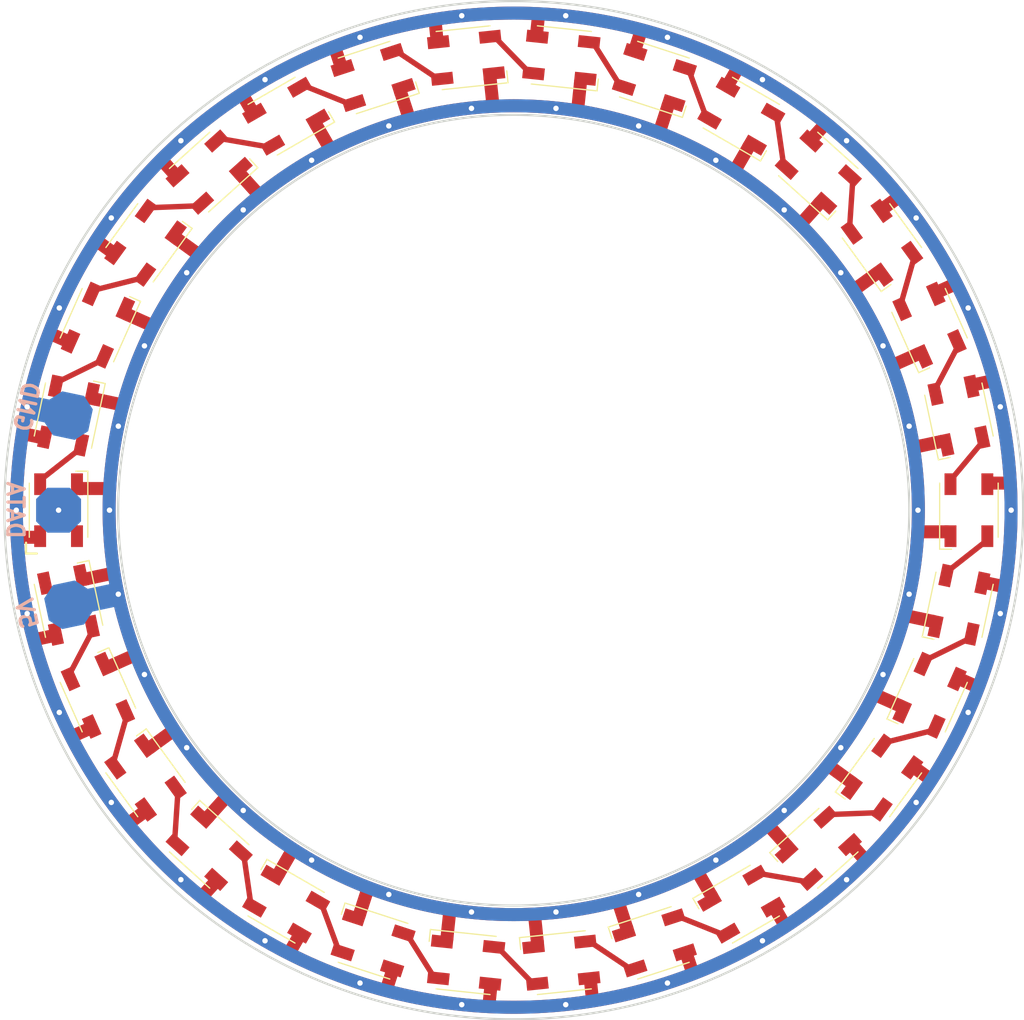
<source format=kicad_pcb>
(kicad_pcb (version 20171130) (host pcbnew 5.0.2-bee76a0~70~ubuntu16.04.1)

  (general
    (thickness 1.6)
    (drawings 108)
    (tracks 63)
    (zones 0)
    (modules 30)
    (nets 1)
  )

  (page A4)
  (layers
    (0 F.Cu signal)
    (31 B.Cu signal)
    (32 B.Adhes user)
    (33 F.Adhes user)
    (34 B.Paste user)
    (35 F.Paste user)
    (36 B.SilkS user)
    (37 F.SilkS user)
    (38 B.Mask user)
    (39 F.Mask user)
    (40 Dwgs.User user)
    (41 Cmts.User user)
    (42 Eco1.User user)
    (43 Eco2.User user)
    (44 Edge.Cuts user)
    (45 Margin user)
    (46 B.CrtYd user)
    (47 F.CrtYd user)
    (48 B.Fab user)
    (49 F.Fab user)
  )

  (setup
    (last_trace_width 0.25)
    (trace_clearance 0.2)
    (zone_clearance 0.508)
    (zone_45_only no)
    (trace_min 0.2)
    (segment_width 0.2)
    (edge_width 0.15)
    (via_size 0.8)
    (via_drill 0.4)
    (via_min_size 0.4)
    (via_min_drill 0.3)
    (uvia_size 0.3)
    (uvia_drill 0.1)
    (uvias_allowed no)
    (uvia_min_size 0.2)
    (uvia_min_drill 0.1)
    (pcb_text_width 0.3)
    (pcb_text_size 1.5 1.5)
    (mod_edge_width 0.15)
    (mod_text_size 1 1)
    (mod_text_width 0.15)
    (pad_size 1.524 1.524)
    (pad_drill 0.762)
    (pad_to_mask_clearance 0.051)
    (solder_mask_min_width 0.25)
    (aux_axis_origin 0 0)
    (grid_origin 100 100)
    (visible_elements FFFFFF7F)
    (pcbplotparams
      (layerselection 0x010fc_ffffffff)
      (usegerberextensions false)
      (usegerberattributes false)
      (usegerberadvancedattributes false)
      (creategerberjobfile false)
      (excludeedgelayer true)
      (linewidth 0.100000)
      (plotframeref false)
      (viasonmask false)
      (mode 1)
      (useauxorigin false)
      (hpglpennumber 1)
      (hpglpenspeed 20)
      (hpglpendiameter 15.000000)
      (psnegative false)
      (psa4output false)
      (plotreference true)
      (plotvalue true)
      (plotinvisibletext false)
      (padsonsilk false)
      (subtractmaskfromsilk false)
      (outputformat 1)
      (mirror false)
      (drillshape 0)
      (scaleselection 1)
      (outputdirectory "gerber/"))
  )

  (net 0 "")

  (net_class Default "This is the default net class."
    (clearance 0.2)
    (trace_width 0.25)
    (via_dia 0.8)
    (via_drill 0.4)
    (uvia_dia 0.3)
    (uvia_drill 0.1)
  )

  (module device.farm:LED_RGB_5050-4 (layer F.Cu) (tedit 5C8AE61C) (tstamp 5C97EEBC)
    (at 141.082199 108.732291 78)
    (descr http://cdn.sparkfun.com/datasheets/Components/LED/5060BRG4.pdf)
    (tags "RGB LED 5050-6")
    (attr smd)
    (fp_text reference REF** (at 0 -3.5 258) (layer F.SilkS) hide
      (effects (font (size 1 1) (thickness 0.15)))
    )
    (fp_text value LED_RGB_5050-4 (at 0 3.3 78) (layer F.Fab)
      (effects (font (size 1 1) (thickness 0.15)))
    )
    (fp_circle (center 0 0) (end 0 -1.9) (layer F.Fab) (width 0.1))
    (fp_text user %R (at 0 0 78) (layer F.Fab)
      (effects (font (size 0.6 0.6) (thickness 0.06)))
    )
    (fp_line (start -3.65 -2.75) (end -3.65 2.75) (layer F.CrtYd) (width 0.05))
    (fp_line (start -3.65 2.75) (end 3.65 2.75) (layer F.CrtYd) (width 0.05))
    (fp_line (start 3.65 2.75) (end 3.65 -2.75) (layer F.CrtYd) (width 0.05))
    (fp_line (start 3.65 -2.75) (end -3.65 -2.75) (layer F.CrtYd) (width 0.05))
    (fp_line (start 2.5 2.7) (end -2.5 2.7) (layer F.SilkS) (width 0.12))
    (fp_line (start -3.6 -1.6) (end -3.6 -2.7) (layer F.SilkS) (width 0.12))
    (fp_line (start -3.6 -2.7) (end 2.5 -2.7) (layer F.SilkS) (width 0.12))
    (fp_line (start -2.5 -2.5) (end -2.5 2.5) (layer F.Fab) (width 0.1))
    (fp_line (start -2.5 2.5) (end 2.5 2.5) (layer F.Fab) (width 0.1))
    (fp_line (start 2.5 2.5) (end 2.5 -2.5) (layer F.Fab) (width 0.1))
    (fp_line (start 2.5 -2.5) (end -2.5 -2.5) (layer F.Fab) (width 0.1))
    (fp_line (start -2.5 -1.9) (end -1.9 -2.5) (layer F.Fab) (width 0.1))
    (pad 2 smd rect (at 2.4 -1.7 168) (size 1.1 2) (layers F.Cu F.Paste F.Mask))
    (pad 1 smd rect (at 2.4 1.7 168) (size 1.1 2) (layers F.Cu F.Paste F.Mask))
    (pad 4 smd rect (at -2.4 1.7 168) (size 1.1 2) (layers F.Cu F.Paste F.Mask))
    (pad 3 smd rect (at -2.4 -1.7 168) (size 1.1 2) (layers F.Cu F.Paste F.Mask))
    (model ${KISYS3DMOD}/LED_SMD.3dshapes/LED_RGB_5050-6.wrl
      (at (xyz 0 0 0))
      (scale (xyz 1 1 1))
      (rotate (xyz 0 0 0))
    )
  )

  (module device.farm:LED_RGB_5050-4 (layer F.Cu) (tedit 5C8AE61C) (tstamp 5C97EEA7)
    (at 138.368909 117.082939 66)
    (descr http://cdn.sparkfun.com/datasheets/Components/LED/5060BRG4.pdf)
    (tags "RGB LED 5050-6")
    (attr smd)
    (fp_text reference REF** (at 0 -3.5 246) (layer F.SilkS) hide
      (effects (font (size 1 1) (thickness 0.15)))
    )
    (fp_text value LED_RGB_5050-4 (at 0 3.3 66) (layer F.Fab)
      (effects (font (size 1 1) (thickness 0.15)))
    )
    (fp_circle (center 0 0) (end 0 -1.9) (layer F.Fab) (width 0.1))
    (fp_text user %R (at 0 0 66) (layer F.Fab)
      (effects (font (size 0.6 0.6) (thickness 0.06)))
    )
    (fp_line (start -3.65 -2.75) (end -3.65 2.75) (layer F.CrtYd) (width 0.05))
    (fp_line (start -3.65 2.75) (end 3.65 2.75) (layer F.CrtYd) (width 0.05))
    (fp_line (start 3.65 2.75) (end 3.65 -2.75) (layer F.CrtYd) (width 0.05))
    (fp_line (start 3.65 -2.75) (end -3.65 -2.75) (layer F.CrtYd) (width 0.05))
    (fp_line (start 2.5 2.7) (end -2.5 2.7) (layer F.SilkS) (width 0.12))
    (fp_line (start -3.6 -1.6) (end -3.6 -2.7) (layer F.SilkS) (width 0.12))
    (fp_line (start -3.6 -2.7) (end 2.5 -2.7) (layer F.SilkS) (width 0.12))
    (fp_line (start -2.5 -2.5) (end -2.5 2.5) (layer F.Fab) (width 0.1))
    (fp_line (start -2.5 2.5) (end 2.5 2.5) (layer F.Fab) (width 0.1))
    (fp_line (start 2.5 2.5) (end 2.5 -2.5) (layer F.Fab) (width 0.1))
    (fp_line (start 2.5 -2.5) (end -2.5 -2.5) (layer F.Fab) (width 0.1))
    (fp_line (start -2.5 -1.9) (end -1.9 -2.5) (layer F.Fab) (width 0.1))
    (pad 2 smd rect (at 2.4 -1.7 156) (size 1.1 2) (layers F.Cu F.Paste F.Mask))
    (pad 1 smd rect (at 2.4 1.7 156) (size 1.1 2) (layers F.Cu F.Paste F.Mask))
    (pad 4 smd rect (at -2.4 1.7 156) (size 1.1 2) (layers F.Cu F.Paste F.Mask))
    (pad 3 smd rect (at -2.4 -1.7 156) (size 1.1 2) (layers F.Cu F.Paste F.Mask))
    (model ${KISYS3DMOD}/LED_SMD.3dshapes/LED_RGB_5050-6.wrl
      (at (xyz 0 0 0))
      (scale (xyz 1 1 1))
      (rotate (xyz 0 0 0))
    )
  )

  (module device.farm:LED_RGB_5050-4 (layer F.Cu) (tedit 5C8AE61C) (tstamp 5C97EE92)
    (at 133.978714 124.686981 54)
    (descr http://cdn.sparkfun.com/datasheets/Components/LED/5060BRG4.pdf)
    (tags "RGB LED 5050-6")
    (attr smd)
    (fp_text reference REF** (at 0 -3.5 234) (layer F.SilkS) hide
      (effects (font (size 1 1) (thickness 0.15)))
    )
    (fp_text value LED_RGB_5050-4 (at 0 3.3 54) (layer F.Fab)
      (effects (font (size 1 1) (thickness 0.15)))
    )
    (fp_circle (center 0 0) (end 0 -1.9) (layer F.Fab) (width 0.1))
    (fp_text user %R (at 0 0 54) (layer F.Fab)
      (effects (font (size 0.6 0.6) (thickness 0.06)))
    )
    (fp_line (start -3.65 -2.75) (end -3.65 2.75) (layer F.CrtYd) (width 0.05))
    (fp_line (start -3.65 2.75) (end 3.65 2.75) (layer F.CrtYd) (width 0.05))
    (fp_line (start 3.65 2.75) (end 3.65 -2.75) (layer F.CrtYd) (width 0.05))
    (fp_line (start 3.65 -2.75) (end -3.65 -2.75) (layer F.CrtYd) (width 0.05))
    (fp_line (start 2.5 2.7) (end -2.5 2.7) (layer F.SilkS) (width 0.12))
    (fp_line (start -3.6 -1.6) (end -3.6 -2.7) (layer F.SilkS) (width 0.12))
    (fp_line (start -3.6 -2.7) (end 2.5 -2.7) (layer F.SilkS) (width 0.12))
    (fp_line (start -2.5 -2.5) (end -2.5 2.5) (layer F.Fab) (width 0.1))
    (fp_line (start -2.5 2.5) (end 2.5 2.5) (layer F.Fab) (width 0.1))
    (fp_line (start 2.5 2.5) (end 2.5 -2.5) (layer F.Fab) (width 0.1))
    (fp_line (start 2.5 -2.5) (end -2.5 -2.5) (layer F.Fab) (width 0.1))
    (fp_line (start -2.5 -1.9) (end -1.9 -2.5) (layer F.Fab) (width 0.1))
    (pad 2 smd rect (at 2.4 -1.7 144) (size 1.1 2) (layers F.Cu F.Paste F.Mask))
    (pad 1 smd rect (at 2.4 1.7 144) (size 1.1 2) (layers F.Cu F.Paste F.Mask))
    (pad 4 smd rect (at -2.4 1.7 144) (size 1.1 2) (layers F.Cu F.Paste F.Mask))
    (pad 3 smd rect (at -2.4 -1.7 144) (size 1.1 2) (layers F.Cu F.Paste F.Mask))
    (model ${KISYS3DMOD}/LED_SMD.3dshapes/LED_RGB_5050-6.wrl
      (at (xyz 0 0 0))
      (scale (xyz 1 1 1))
      (rotate (xyz 0 0 0))
    )
  )

  (module device.farm:LED_RGB_5050-4 (layer F.Cu) (tedit 5C8AE61C) (tstamp 5C97EE7D)
    (at 128.103485 131.212083 42)
    (descr http://cdn.sparkfun.com/datasheets/Components/LED/5060BRG4.pdf)
    (tags "RGB LED 5050-6")
    (attr smd)
    (fp_text reference REF** (at 0 -3.5 222) (layer F.SilkS) hide
      (effects (font (size 1 1) (thickness 0.15)))
    )
    (fp_text value LED_RGB_5050-4 (at 0 3.3 42) (layer F.Fab)
      (effects (font (size 1 1) (thickness 0.15)))
    )
    (fp_circle (center 0 0) (end 0 -1.9) (layer F.Fab) (width 0.1))
    (fp_text user %R (at 0 0 42) (layer F.Fab)
      (effects (font (size 0.6 0.6) (thickness 0.06)))
    )
    (fp_line (start -3.65 -2.75) (end -3.65 2.75) (layer F.CrtYd) (width 0.05))
    (fp_line (start -3.65 2.75) (end 3.65 2.75) (layer F.CrtYd) (width 0.05))
    (fp_line (start 3.65 2.75) (end 3.65 -2.75) (layer F.CrtYd) (width 0.05))
    (fp_line (start 3.65 -2.75) (end -3.65 -2.75) (layer F.CrtYd) (width 0.05))
    (fp_line (start 2.5 2.7) (end -2.5 2.7) (layer F.SilkS) (width 0.12))
    (fp_line (start -3.6 -1.6) (end -3.6 -2.7) (layer F.SilkS) (width 0.12))
    (fp_line (start -3.6 -2.7) (end 2.5 -2.7) (layer F.SilkS) (width 0.12))
    (fp_line (start -2.5 -2.5) (end -2.5 2.5) (layer F.Fab) (width 0.1))
    (fp_line (start -2.5 2.5) (end 2.5 2.5) (layer F.Fab) (width 0.1))
    (fp_line (start 2.5 2.5) (end 2.5 -2.5) (layer F.Fab) (width 0.1))
    (fp_line (start 2.5 -2.5) (end -2.5 -2.5) (layer F.Fab) (width 0.1))
    (fp_line (start -2.5 -1.9) (end -1.9 -2.5) (layer F.Fab) (width 0.1))
    (pad 2 smd rect (at 2.400001 -1.7 132) (size 1.1 2) (layers F.Cu F.Paste F.Mask))
    (pad 1 smd rect (at 2.4 1.7 132) (size 1.1 2) (layers F.Cu F.Paste F.Mask))
    (pad 4 smd rect (at -2.400001 1.7 132) (size 1.1 2) (layers F.Cu F.Paste F.Mask))
    (pad 3 smd rect (at -2.4 -1.7 132) (size 1.1 2) (layers F.Cu F.Paste F.Mask))
    (model ${KISYS3DMOD}/LED_SMD.3dshapes/LED_RGB_5050-6.wrl
      (at (xyz 0 0 0))
      (scale (xyz 1 1 1))
      (rotate (xyz 0 0 0))
    )
  )

  (module device.farm:LED_RGB_5050-4 (layer F.Cu) (tedit 5C8AE61C) (tstamp 5C97EE68)
    (at 121 136.373067 30)
    (descr http://cdn.sparkfun.com/datasheets/Components/LED/5060BRG4.pdf)
    (tags "RGB LED 5050-6")
    (attr smd)
    (fp_text reference REF** (at 0 -3.5 210) (layer F.SilkS) hide
      (effects (font (size 1 1) (thickness 0.15)))
    )
    (fp_text value LED_RGB_5050-4 (at 0 3.3 30) (layer F.Fab)
      (effects (font (size 1 1) (thickness 0.15)))
    )
    (fp_circle (center 0 0) (end 0 -1.9) (layer F.Fab) (width 0.1))
    (fp_text user %R (at 0 0 30) (layer F.Fab)
      (effects (font (size 0.6 0.6) (thickness 0.06)))
    )
    (fp_line (start -3.65 -2.75) (end -3.65 2.75) (layer F.CrtYd) (width 0.05))
    (fp_line (start -3.65 2.75) (end 3.65 2.75) (layer F.CrtYd) (width 0.05))
    (fp_line (start 3.65 2.75) (end 3.65 -2.75) (layer F.CrtYd) (width 0.05))
    (fp_line (start 3.65 -2.75) (end -3.65 -2.75) (layer F.CrtYd) (width 0.05))
    (fp_line (start 2.5 2.7) (end -2.5 2.7) (layer F.SilkS) (width 0.12))
    (fp_line (start -3.6 -1.6) (end -3.6 -2.7) (layer F.SilkS) (width 0.12))
    (fp_line (start -3.6 -2.7) (end 2.5 -2.7) (layer F.SilkS) (width 0.12))
    (fp_line (start -2.5 -2.5) (end -2.5 2.5) (layer F.Fab) (width 0.1))
    (fp_line (start -2.5 2.5) (end 2.5 2.5) (layer F.Fab) (width 0.1))
    (fp_line (start 2.5 2.5) (end 2.5 -2.5) (layer F.Fab) (width 0.1))
    (fp_line (start 2.5 -2.5) (end -2.5 -2.5) (layer F.Fab) (width 0.1))
    (fp_line (start -2.5 -1.9) (end -1.9 -2.5) (layer F.Fab) (width 0.1))
    (pad 2 smd rect (at 2.4 -1.7 120) (size 1.1 2) (layers F.Cu F.Paste F.Mask))
    (pad 1 smd rect (at 2.4 1.7 120) (size 1.1 2) (layers F.Cu F.Paste F.Mask))
    (pad 4 smd rect (at -2.4 1.7 120) (size 1.1 2) (layers F.Cu F.Paste F.Mask))
    (pad 3 smd rect (at -2.4 -1.7 120) (size 1.1 2) (layers F.Cu F.Paste F.Mask))
    (model ${KISYS3DMOD}/LED_SMD.3dshapes/LED_RGB_5050-6.wrl
      (at (xyz 0 0 0))
      (scale (xyz 1 1 1))
      (rotate (xyz 0 0 0))
    )
  )

  (module device.farm:LED_RGB_5050-4 (layer F.Cu) (tedit 5C8AE61C) (tstamp 5C97EE53)
    (at 112.978714 139.944374 18)
    (descr http://cdn.sparkfun.com/datasheets/Components/LED/5060BRG4.pdf)
    (tags "RGB LED 5050-6")
    (attr smd)
    (fp_text reference REF** (at 0 -3.5 198) (layer F.SilkS) hide
      (effects (font (size 1 1) (thickness 0.15)))
    )
    (fp_text value LED_RGB_5050-4 (at 0 3.3 18) (layer F.Fab)
      (effects (font (size 1 1) (thickness 0.15)))
    )
    (fp_circle (center 0 0) (end 0 -1.9) (layer F.Fab) (width 0.1))
    (fp_text user %R (at 0 0 18) (layer F.Fab)
      (effects (font (size 0.6 0.6) (thickness 0.06)))
    )
    (fp_line (start -3.65 -2.75) (end -3.65 2.75) (layer F.CrtYd) (width 0.05))
    (fp_line (start -3.65 2.75) (end 3.65 2.75) (layer F.CrtYd) (width 0.05))
    (fp_line (start 3.65 2.75) (end 3.65 -2.75) (layer F.CrtYd) (width 0.05))
    (fp_line (start 3.65 -2.75) (end -3.65 -2.75) (layer F.CrtYd) (width 0.05))
    (fp_line (start 2.5 2.7) (end -2.5 2.7) (layer F.SilkS) (width 0.12))
    (fp_line (start -3.6 -1.6) (end -3.6 -2.7) (layer F.SilkS) (width 0.12))
    (fp_line (start -3.6 -2.7) (end 2.5 -2.7) (layer F.SilkS) (width 0.12))
    (fp_line (start -2.5 -2.5) (end -2.5 2.5) (layer F.Fab) (width 0.1))
    (fp_line (start -2.5 2.5) (end 2.5 2.5) (layer F.Fab) (width 0.1))
    (fp_line (start 2.5 2.5) (end 2.5 -2.5) (layer F.Fab) (width 0.1))
    (fp_line (start 2.5 -2.5) (end -2.5 -2.5) (layer F.Fab) (width 0.1))
    (fp_line (start -2.5 -1.9) (end -1.9 -2.5) (layer F.Fab) (width 0.1))
    (pad 2 smd rect (at 2.4 -1.7 108) (size 1.1 2) (layers F.Cu F.Paste F.Mask))
    (pad 1 smd rect (at 2.400001 1.7 108) (size 1.1 2) (layers F.Cu F.Paste F.Mask))
    (pad 4 smd rect (at -2.4 1.7 108) (size 1.1 2) (layers F.Cu F.Paste F.Mask))
    (pad 3 smd rect (at -2.400001 -1.7 108) (size 1.1 2) (layers F.Cu F.Paste F.Mask))
    (model ${KISYS3DMOD}/LED_SMD.3dshapes/LED_RGB_5050-6.wrl
      (at (xyz 0 0 0))
      (scale (xyz 1 1 1))
      (rotate (xyz 0 0 0))
    )
  )

  (module device.farm:LED_RGB_5050-4 (layer F.Cu) (tedit 5C8AE61C) (tstamp 5C97EE3E)
    (at 104.390195 141.76992 6)
    (descr http://cdn.sparkfun.com/datasheets/Components/LED/5060BRG4.pdf)
    (tags "RGB LED 5050-6")
    (attr smd)
    (fp_text reference REF** (at 0 -3.5 186) (layer F.SilkS) hide
      (effects (font (size 1 1) (thickness 0.15)))
    )
    (fp_text value LED_RGB_5050-4 (at 0 3.3 6) (layer F.Fab)
      (effects (font (size 1 1) (thickness 0.15)))
    )
    (fp_circle (center 0 0) (end 0 -1.9) (layer F.Fab) (width 0.1))
    (fp_text user %R (at 0 0 6) (layer F.Fab)
      (effects (font (size 0.6 0.6) (thickness 0.06)))
    )
    (fp_line (start -3.65 -2.75) (end -3.65 2.75) (layer F.CrtYd) (width 0.05))
    (fp_line (start -3.65 2.75) (end 3.65 2.75) (layer F.CrtYd) (width 0.05))
    (fp_line (start 3.65 2.75) (end 3.65 -2.75) (layer F.CrtYd) (width 0.05))
    (fp_line (start 3.65 -2.75) (end -3.65 -2.75) (layer F.CrtYd) (width 0.05))
    (fp_line (start 2.5 2.7) (end -2.5 2.7) (layer F.SilkS) (width 0.12))
    (fp_line (start -3.6 -1.6) (end -3.6 -2.7) (layer F.SilkS) (width 0.12))
    (fp_line (start -3.6 -2.7) (end 2.5 -2.7) (layer F.SilkS) (width 0.12))
    (fp_line (start -2.5 -2.5) (end -2.5 2.5) (layer F.Fab) (width 0.1))
    (fp_line (start -2.5 2.5) (end 2.5 2.5) (layer F.Fab) (width 0.1))
    (fp_line (start 2.5 2.5) (end 2.5 -2.5) (layer F.Fab) (width 0.1))
    (fp_line (start 2.5 -2.5) (end -2.5 -2.5) (layer F.Fab) (width 0.1))
    (fp_line (start -2.5 -1.9) (end -1.9 -2.5) (layer F.Fab) (width 0.1))
    (pad 2 smd rect (at 2.4 -1.7 96) (size 1.1 2) (layers F.Cu F.Paste F.Mask))
    (pad 1 smd rect (at 2.4 1.7 96) (size 1.1 2) (layers F.Cu F.Paste F.Mask))
    (pad 4 smd rect (at -2.4 1.7 96) (size 1.1 2) (layers F.Cu F.Paste F.Mask))
    (pad 3 smd rect (at -2.4 -1.7 96) (size 1.1 2) (layers F.Cu F.Paste F.Mask))
    (model ${KISYS3DMOD}/LED_SMD.3dshapes/LED_RGB_5050-6.wrl
      (at (xyz 0 0 0))
      (scale (xyz 1 1 1))
      (rotate (xyz 0 0 0))
    )
  )

  (module device.farm:LED_RGB_5050-4 (layer F.Cu) (tedit 5C8AE61C) (tstamp 5C97EE29)
    (at 95.609805 141.76992 354)
    (descr http://cdn.sparkfun.com/datasheets/Components/LED/5060BRG4.pdf)
    (tags "RGB LED 5050-6")
    (attr smd)
    (fp_text reference REF** (at 0 -3.5 174) (layer F.SilkS) hide
      (effects (font (size 1 1) (thickness 0.15)))
    )
    (fp_text value LED_RGB_5050-4 (at 0 3.3 354) (layer F.Fab)
      (effects (font (size 1 1) (thickness 0.15)))
    )
    (fp_circle (center 0 0) (end 0 -1.9) (layer F.Fab) (width 0.1))
    (fp_text user %R (at 0 0 354) (layer F.Fab)
      (effects (font (size 0.6 0.6) (thickness 0.06)))
    )
    (fp_line (start -3.65 -2.75) (end -3.65 2.75) (layer F.CrtYd) (width 0.05))
    (fp_line (start -3.65 2.75) (end 3.65 2.75) (layer F.CrtYd) (width 0.05))
    (fp_line (start 3.65 2.75) (end 3.65 -2.75) (layer F.CrtYd) (width 0.05))
    (fp_line (start 3.65 -2.75) (end -3.65 -2.75) (layer F.CrtYd) (width 0.05))
    (fp_line (start 2.5 2.7) (end -2.5 2.7) (layer F.SilkS) (width 0.12))
    (fp_line (start -3.6 -1.6) (end -3.6 -2.7) (layer F.SilkS) (width 0.12))
    (fp_line (start -3.6 -2.7) (end 2.5 -2.7) (layer F.SilkS) (width 0.12))
    (fp_line (start -2.5 -2.5) (end -2.5 2.5) (layer F.Fab) (width 0.1))
    (fp_line (start -2.5 2.5) (end 2.5 2.5) (layer F.Fab) (width 0.1))
    (fp_line (start 2.5 2.5) (end 2.5 -2.5) (layer F.Fab) (width 0.1))
    (fp_line (start 2.5 -2.5) (end -2.5 -2.5) (layer F.Fab) (width 0.1))
    (fp_line (start -2.5 -1.9) (end -1.9 -2.5) (layer F.Fab) (width 0.1))
    (pad 2 smd rect (at 2.4 -1.7 84) (size 1.1 2) (layers F.Cu F.Paste F.Mask))
    (pad 1 smd rect (at 2.4 1.7 84) (size 1.1 2) (layers F.Cu F.Paste F.Mask))
    (pad 4 smd rect (at -2.4 1.7 84) (size 1.1 2) (layers F.Cu F.Paste F.Mask))
    (pad 3 smd rect (at -2.4 -1.7 84) (size 1.1 2) (layers F.Cu F.Paste F.Mask))
    (model ${KISYS3DMOD}/LED_SMD.3dshapes/LED_RGB_5050-6.wrl
      (at (xyz 0 0 0))
      (scale (xyz 1 1 1))
      (rotate (xyz 0 0 0))
    )
  )

  (module device.farm:LED_RGB_5050-4 (layer F.Cu) (tedit 5C8AE61C) (tstamp 5C97EE14)
    (at 87.021286 139.944374 342)
    (descr http://cdn.sparkfun.com/datasheets/Components/LED/5060BRG4.pdf)
    (tags "RGB LED 5050-6")
    (attr smd)
    (fp_text reference REF** (at 0 -3.5 162) (layer F.SilkS) hide
      (effects (font (size 1 1) (thickness 0.15)))
    )
    (fp_text value LED_RGB_5050-4 (at 0 3.3 342) (layer F.Fab)
      (effects (font (size 1 1) (thickness 0.15)))
    )
    (fp_circle (center 0 0) (end 0 -1.9) (layer F.Fab) (width 0.1))
    (fp_text user %R (at 0 0 342) (layer F.Fab)
      (effects (font (size 0.6 0.6) (thickness 0.06)))
    )
    (fp_line (start -3.65 -2.75) (end -3.65 2.75) (layer F.CrtYd) (width 0.05))
    (fp_line (start -3.65 2.75) (end 3.65 2.75) (layer F.CrtYd) (width 0.05))
    (fp_line (start 3.65 2.75) (end 3.65 -2.75) (layer F.CrtYd) (width 0.05))
    (fp_line (start 3.65 -2.75) (end -3.65 -2.75) (layer F.CrtYd) (width 0.05))
    (fp_line (start 2.5 2.7) (end -2.5 2.7) (layer F.SilkS) (width 0.12))
    (fp_line (start -3.6 -1.6) (end -3.6 -2.7) (layer F.SilkS) (width 0.12))
    (fp_line (start -3.6 -2.7) (end 2.5 -2.7) (layer F.SilkS) (width 0.12))
    (fp_line (start -2.5 -2.5) (end -2.5 2.5) (layer F.Fab) (width 0.1))
    (fp_line (start -2.5 2.5) (end 2.5 2.5) (layer F.Fab) (width 0.1))
    (fp_line (start 2.5 2.5) (end 2.5 -2.5) (layer F.Fab) (width 0.1))
    (fp_line (start 2.5 -2.5) (end -2.5 -2.5) (layer F.Fab) (width 0.1))
    (fp_line (start -2.5 -1.9) (end -1.9 -2.5) (layer F.Fab) (width 0.1))
    (pad 2 smd rect (at 2.400001 -1.7 72) (size 1.1 2) (layers F.Cu F.Paste F.Mask))
    (pad 1 smd rect (at 2.4 1.7 72) (size 1.1 2) (layers F.Cu F.Paste F.Mask))
    (pad 4 smd rect (at -2.400001 1.7 72) (size 1.1 2) (layers F.Cu F.Paste F.Mask))
    (pad 3 smd rect (at -2.4 -1.7 72) (size 1.1 2) (layers F.Cu F.Paste F.Mask))
    (model ${KISYS3DMOD}/LED_SMD.3dshapes/LED_RGB_5050-6.wrl
      (at (xyz 0 0 0))
      (scale (xyz 1 1 1))
      (rotate (xyz 0 0 0))
    )
  )

  (module device.farm:LED_RGB_5050-4 (layer F.Cu) (tedit 5C8AE61C) (tstamp 5C97EDFF)
    (at 79 136.373067 330)
    (descr http://cdn.sparkfun.com/datasheets/Components/LED/5060BRG4.pdf)
    (tags "RGB LED 5050-6")
    (attr smd)
    (fp_text reference REF** (at 0 -3.5 150) (layer F.SilkS) hide
      (effects (font (size 1 1) (thickness 0.15)))
    )
    (fp_text value LED_RGB_5050-4 (at 0 3.3 330) (layer F.Fab)
      (effects (font (size 1 1) (thickness 0.15)))
    )
    (fp_circle (center 0 0) (end 0 -1.9) (layer F.Fab) (width 0.1))
    (fp_text user %R (at 0 0 330) (layer F.Fab)
      (effects (font (size 0.6 0.6) (thickness 0.06)))
    )
    (fp_line (start -3.65 -2.75) (end -3.65 2.75) (layer F.CrtYd) (width 0.05))
    (fp_line (start -3.65 2.75) (end 3.65 2.75) (layer F.CrtYd) (width 0.05))
    (fp_line (start 3.65 2.75) (end 3.65 -2.75) (layer F.CrtYd) (width 0.05))
    (fp_line (start 3.65 -2.75) (end -3.65 -2.75) (layer F.CrtYd) (width 0.05))
    (fp_line (start 2.5 2.7) (end -2.5 2.7) (layer F.SilkS) (width 0.12))
    (fp_line (start -3.6 -1.6) (end -3.6 -2.7) (layer F.SilkS) (width 0.12))
    (fp_line (start -3.6 -2.7) (end 2.5 -2.7) (layer F.SilkS) (width 0.12))
    (fp_line (start -2.5 -2.5) (end -2.5 2.5) (layer F.Fab) (width 0.1))
    (fp_line (start -2.5 2.5) (end 2.5 2.5) (layer F.Fab) (width 0.1))
    (fp_line (start 2.5 2.5) (end 2.5 -2.5) (layer F.Fab) (width 0.1))
    (fp_line (start 2.5 -2.5) (end -2.5 -2.5) (layer F.Fab) (width 0.1))
    (fp_line (start -2.5 -1.9) (end -1.9 -2.5) (layer F.Fab) (width 0.1))
    (pad 2 smd rect (at 2.4 -1.7 60) (size 1.1 2) (layers F.Cu F.Paste F.Mask))
    (pad 1 smd rect (at 2.4 1.7 60) (size 1.1 2) (layers F.Cu F.Paste F.Mask))
    (pad 4 smd rect (at -2.4 1.7 60) (size 1.1 2) (layers F.Cu F.Paste F.Mask))
    (pad 3 smd rect (at -2.4 -1.7 60) (size 1.1 2) (layers F.Cu F.Paste F.Mask))
    (model ${KISYS3DMOD}/LED_SMD.3dshapes/LED_RGB_5050-6.wrl
      (at (xyz 0 0 0))
      (scale (xyz 1 1 1))
      (rotate (xyz 0 0 0))
    )
  )

  (module device.farm:LED_RGB_5050-4 (layer F.Cu) (tedit 5C8AE61C) (tstamp 5C97EDEA)
    (at 71.896515 131.212083 318)
    (descr http://cdn.sparkfun.com/datasheets/Components/LED/5060BRG4.pdf)
    (tags "RGB LED 5050-6")
    (attr smd)
    (fp_text reference REF** (at 0 -3.5 138) (layer F.SilkS) hide
      (effects (font (size 1 1) (thickness 0.15)))
    )
    (fp_text value LED_RGB_5050-4 (at 0 3.3 318) (layer F.Fab)
      (effects (font (size 1 1) (thickness 0.15)))
    )
    (fp_circle (center 0 0) (end 0 -1.9) (layer F.Fab) (width 0.1))
    (fp_text user %R (at 0 0 318) (layer F.Fab)
      (effects (font (size 0.6 0.6) (thickness 0.06)))
    )
    (fp_line (start -3.65 -2.75) (end -3.65 2.75) (layer F.CrtYd) (width 0.05))
    (fp_line (start -3.65 2.75) (end 3.65 2.75) (layer F.CrtYd) (width 0.05))
    (fp_line (start 3.65 2.75) (end 3.65 -2.75) (layer F.CrtYd) (width 0.05))
    (fp_line (start 3.65 -2.75) (end -3.65 -2.75) (layer F.CrtYd) (width 0.05))
    (fp_line (start 2.5 2.7) (end -2.5 2.7) (layer F.SilkS) (width 0.12))
    (fp_line (start -3.6 -1.6) (end -3.6 -2.7) (layer F.SilkS) (width 0.12))
    (fp_line (start -3.6 -2.7) (end 2.5 -2.7) (layer F.SilkS) (width 0.12))
    (fp_line (start -2.5 -2.5) (end -2.5 2.5) (layer F.Fab) (width 0.1))
    (fp_line (start -2.5 2.5) (end 2.5 2.5) (layer F.Fab) (width 0.1))
    (fp_line (start 2.5 2.5) (end 2.5 -2.5) (layer F.Fab) (width 0.1))
    (fp_line (start 2.5 -2.5) (end -2.5 -2.5) (layer F.Fab) (width 0.1))
    (fp_line (start -2.5 -1.9) (end -1.9 -2.5) (layer F.Fab) (width 0.1))
    (pad 2 smd rect (at 2.4 -1.7 48) (size 1.1 2) (layers F.Cu F.Paste F.Mask))
    (pad 1 smd rect (at 2.400001 1.7 48) (size 1.1 2) (layers F.Cu F.Paste F.Mask))
    (pad 4 smd rect (at -2.4 1.7 48) (size 1.1 2) (layers F.Cu F.Paste F.Mask))
    (pad 3 smd rect (at -2.400001 -1.7 48) (size 1.1 2) (layers F.Cu F.Paste F.Mask))
    (model ${KISYS3DMOD}/LED_SMD.3dshapes/LED_RGB_5050-6.wrl
      (at (xyz 0 0 0))
      (scale (xyz 1 1 1))
      (rotate (xyz 0 0 0))
    )
  )

  (module device.farm:LED_RGB_5050-4 (layer F.Cu) (tedit 5C8AE61C) (tstamp 5C97EDD5)
    (at 66.021286 124.686981 306)
    (descr http://cdn.sparkfun.com/datasheets/Components/LED/5060BRG4.pdf)
    (tags "RGB LED 5050-6")
    (attr smd)
    (fp_text reference REF** (at 0 -3.5 126) (layer F.SilkS) hide
      (effects (font (size 1 1) (thickness 0.15)))
    )
    (fp_text value LED_RGB_5050-4 (at 0 3.3 306) (layer F.Fab)
      (effects (font (size 1 1) (thickness 0.15)))
    )
    (fp_circle (center 0 0) (end 0 -1.9) (layer F.Fab) (width 0.1))
    (fp_text user %R (at 0 0 306) (layer F.Fab)
      (effects (font (size 0.6 0.6) (thickness 0.06)))
    )
    (fp_line (start -3.65 -2.75) (end -3.65 2.75) (layer F.CrtYd) (width 0.05))
    (fp_line (start -3.65 2.75) (end 3.65 2.75) (layer F.CrtYd) (width 0.05))
    (fp_line (start 3.65 2.75) (end 3.65 -2.75) (layer F.CrtYd) (width 0.05))
    (fp_line (start 3.65 -2.75) (end -3.65 -2.75) (layer F.CrtYd) (width 0.05))
    (fp_line (start 2.5 2.7) (end -2.5 2.7) (layer F.SilkS) (width 0.12))
    (fp_line (start -3.6 -1.6) (end -3.6 -2.7) (layer F.SilkS) (width 0.12))
    (fp_line (start -3.6 -2.7) (end 2.5 -2.7) (layer F.SilkS) (width 0.12))
    (fp_line (start -2.5 -2.5) (end -2.5 2.5) (layer F.Fab) (width 0.1))
    (fp_line (start -2.5 2.5) (end 2.5 2.5) (layer F.Fab) (width 0.1))
    (fp_line (start 2.5 2.5) (end 2.5 -2.5) (layer F.Fab) (width 0.1))
    (fp_line (start 2.5 -2.5) (end -2.5 -2.5) (layer F.Fab) (width 0.1))
    (fp_line (start -2.5 -1.9) (end -1.9 -2.5) (layer F.Fab) (width 0.1))
    (pad 2 smd rect (at 2.4 -1.7 36) (size 1.1 2) (layers F.Cu F.Paste F.Mask))
    (pad 1 smd rect (at 2.4 1.7 36) (size 1.1 2) (layers F.Cu F.Paste F.Mask))
    (pad 4 smd rect (at -2.4 1.7 36) (size 1.1 2) (layers F.Cu F.Paste F.Mask))
    (pad 3 smd rect (at -2.4 -1.7 36) (size 1.1 2) (layers F.Cu F.Paste F.Mask))
    (model ${KISYS3DMOD}/LED_SMD.3dshapes/LED_RGB_5050-6.wrl
      (at (xyz 0 0 0))
      (scale (xyz 1 1 1))
      (rotate (xyz 0 0 0))
    )
  )

  (module device.farm:LED_RGB_5050-4 (layer F.Cu) (tedit 5C8AE61C) (tstamp 5C97EDC0)
    (at 61.631091 117.082939 294)
    (descr http://cdn.sparkfun.com/datasheets/Components/LED/5060BRG4.pdf)
    (tags "RGB LED 5050-6")
    (attr smd)
    (fp_text reference REF** (at 0 -3.5 114) (layer F.SilkS) hide
      (effects (font (size 1 1) (thickness 0.15)))
    )
    (fp_text value LED_RGB_5050-4 (at 0 3.3 294) (layer F.Fab)
      (effects (font (size 1 1) (thickness 0.15)))
    )
    (fp_circle (center 0 0) (end 0 -1.9) (layer F.Fab) (width 0.1))
    (fp_text user %R (at 0 0 294) (layer F.Fab)
      (effects (font (size 0.6 0.6) (thickness 0.06)))
    )
    (fp_line (start -3.65 -2.75) (end -3.65 2.75) (layer F.CrtYd) (width 0.05))
    (fp_line (start -3.65 2.75) (end 3.65 2.75) (layer F.CrtYd) (width 0.05))
    (fp_line (start 3.65 2.75) (end 3.65 -2.75) (layer F.CrtYd) (width 0.05))
    (fp_line (start 3.65 -2.75) (end -3.65 -2.75) (layer F.CrtYd) (width 0.05))
    (fp_line (start 2.5 2.7) (end -2.5 2.7) (layer F.SilkS) (width 0.12))
    (fp_line (start -3.6 -1.6) (end -3.6 -2.7) (layer F.SilkS) (width 0.12))
    (fp_line (start -3.6 -2.7) (end 2.5 -2.7) (layer F.SilkS) (width 0.12))
    (fp_line (start -2.5 -2.5) (end -2.5 2.5) (layer F.Fab) (width 0.1))
    (fp_line (start -2.5 2.5) (end 2.5 2.5) (layer F.Fab) (width 0.1))
    (fp_line (start 2.5 2.5) (end 2.5 -2.5) (layer F.Fab) (width 0.1))
    (fp_line (start 2.5 -2.5) (end -2.5 -2.5) (layer F.Fab) (width 0.1))
    (fp_line (start -2.5 -1.9) (end -1.9 -2.5) (layer F.Fab) (width 0.1))
    (pad 2 smd rect (at 2.4 -1.7 24) (size 1.1 2) (layers F.Cu F.Paste F.Mask))
    (pad 1 smd rect (at 2.4 1.7 24) (size 1.1 2) (layers F.Cu F.Paste F.Mask))
    (pad 4 smd rect (at -2.4 1.7 24) (size 1.1 2) (layers F.Cu F.Paste F.Mask))
    (pad 3 smd rect (at -2.4 -1.7 24) (size 1.1 2) (layers F.Cu F.Paste F.Mask))
    (model ${KISYS3DMOD}/LED_SMD.3dshapes/LED_RGB_5050-6.wrl
      (at (xyz 0 0 0))
      (scale (xyz 1 1 1))
      (rotate (xyz 0 0 0))
    )
  )

  (module device.farm:LED_RGB_5050-4 (layer F.Cu) (tedit 5C8AE61C) (tstamp 5C97EDAB)
    (at 58.917801 108.732291 282)
    (descr http://cdn.sparkfun.com/datasheets/Components/LED/5060BRG4.pdf)
    (tags "RGB LED 5050-6")
    (attr smd)
    (fp_text reference REF** (at 0 -3.5 102) (layer F.SilkS) hide
      (effects (font (size 1 1) (thickness 0.15)))
    )
    (fp_text value LED_RGB_5050-4 (at 0 3.3 282) (layer F.Fab)
      (effects (font (size 1 1) (thickness 0.15)))
    )
    (fp_circle (center 0 0) (end 0 -1.9) (layer F.Fab) (width 0.1))
    (fp_text user %R (at 0 0 282) (layer F.Fab)
      (effects (font (size 0.6 0.6) (thickness 0.06)))
    )
    (fp_line (start -3.65 -2.75) (end -3.65 2.75) (layer F.CrtYd) (width 0.05))
    (fp_line (start -3.65 2.75) (end 3.65 2.75) (layer F.CrtYd) (width 0.05))
    (fp_line (start 3.65 2.75) (end 3.65 -2.75) (layer F.CrtYd) (width 0.05))
    (fp_line (start 3.65 -2.75) (end -3.65 -2.75) (layer F.CrtYd) (width 0.05))
    (fp_line (start 2.5 2.7) (end -2.5 2.7) (layer F.SilkS) (width 0.12))
    (fp_line (start -3.6 -1.6) (end -3.6 -2.7) (layer F.SilkS) (width 0.12))
    (fp_line (start -3.6 -2.7) (end 2.5 -2.7) (layer F.SilkS) (width 0.12))
    (fp_line (start -2.5 -2.5) (end -2.5 2.5) (layer F.Fab) (width 0.1))
    (fp_line (start -2.5 2.5) (end 2.5 2.5) (layer F.Fab) (width 0.1))
    (fp_line (start 2.5 2.5) (end 2.5 -2.5) (layer F.Fab) (width 0.1))
    (fp_line (start 2.5 -2.5) (end -2.5 -2.5) (layer F.Fab) (width 0.1))
    (fp_line (start -2.5 -1.9) (end -1.9 -2.5) (layer F.Fab) (width 0.1))
    (pad 2 smd rect (at 2.4 -1.7 12) (size 1.1 2) (layers F.Cu F.Paste F.Mask))
    (pad 1 smd rect (at 2.4 1.7 12) (size 1.1 2) (layers F.Cu F.Paste F.Mask))
    (pad 4 smd rect (at -2.4 1.7 12) (size 1.1 2) (layers F.Cu F.Paste F.Mask))
    (pad 3 smd rect (at -2.4 -1.7 12) (size 1.1 2) (layers F.Cu F.Paste F.Mask))
    (model ${KISYS3DMOD}/LED_SMD.3dshapes/LED_RGB_5050-6.wrl
      (at (xyz 0 0 0))
      (scale (xyz 1 1 1))
      (rotate (xyz 0 0 0))
    )
  )

  (module device.farm:LED_RGB_5050-4 (layer F.Cu) (tedit 5C8AE61C) (tstamp 5C97ED96)
    (at 58 100 270)
    (descr http://cdn.sparkfun.com/datasheets/Components/LED/5060BRG4.pdf)
    (tags "RGB LED 5050-6")
    (attr smd)
    (fp_text reference REF** (at 0 -3.5 90) (layer F.SilkS) hide
      (effects (font (size 1 1) (thickness 0.15)))
    )
    (fp_text value LED_RGB_5050-4 (at 0 3.3 270) (layer F.Fab)
      (effects (font (size 1 1) (thickness 0.15)))
    )
    (fp_circle (center 0 0) (end 0 -1.9) (layer F.Fab) (width 0.1))
    (fp_text user %R (at 0 0 270) (layer F.Fab)
      (effects (font (size 0.6 0.6) (thickness 0.06)))
    )
    (fp_line (start -3.65 -2.75) (end -3.65 2.75) (layer F.CrtYd) (width 0.05))
    (fp_line (start -3.65 2.75) (end 3.65 2.75) (layer F.CrtYd) (width 0.05))
    (fp_line (start 3.65 2.75) (end 3.65 -2.75) (layer F.CrtYd) (width 0.05))
    (fp_line (start 3.65 -2.75) (end -3.65 -2.75) (layer F.CrtYd) (width 0.05))
    (fp_line (start 2.5 2.7) (end -2.5 2.7) (layer F.SilkS) (width 0.12))
    (fp_line (start -3.6 -1.6) (end -3.6 -2.7) (layer F.SilkS) (width 0.12))
    (fp_line (start -3.6 -2.7) (end 2.5 -2.7) (layer F.SilkS) (width 0.12))
    (fp_line (start -2.5 -2.5) (end -2.5 2.5) (layer F.Fab) (width 0.1))
    (fp_line (start -2.5 2.5) (end 2.5 2.5) (layer F.Fab) (width 0.1))
    (fp_line (start 2.5 2.5) (end 2.5 -2.5) (layer F.Fab) (width 0.1))
    (fp_line (start 2.5 -2.5) (end -2.5 -2.5) (layer F.Fab) (width 0.1))
    (fp_line (start -2.5 -1.9) (end -1.9 -2.5) (layer F.Fab) (width 0.1))
    (pad 2 smd rect (at 2.4 -1.7) (size 1.1 2) (layers F.Cu F.Paste F.Mask))
    (pad 1 smd rect (at 2.4 1.7) (size 1.1 2) (layers F.Cu F.Paste F.Mask))
    (pad 4 smd rect (at -2.4 1.7) (size 1.1 2) (layers F.Cu F.Paste F.Mask))
    (pad 3 smd rect (at -2.4 -1.7) (size 1.1 2) (layers F.Cu F.Paste F.Mask))
    (model ${KISYS3DMOD}/LED_SMD.3dshapes/LED_RGB_5050-6.wrl
      (at (xyz 0 0 0))
      (scale (xyz 1 1 1))
      (rotate (xyz 0 0 0))
    )
  )

  (module device.farm:LED_RGB_5050-4 (layer F.Cu) (tedit 5C8AE61C) (tstamp 5C97ED81)
    (at 58.917801 91.267709 258)
    (descr http://cdn.sparkfun.com/datasheets/Components/LED/5060BRG4.pdf)
    (tags "RGB LED 5050-6")
    (attr smd)
    (fp_text reference REF** (at 0 -3.5 78) (layer F.SilkS) hide
      (effects (font (size 1 1) (thickness 0.15)))
    )
    (fp_text value LED_RGB_5050-4 (at 0 3.3 258) (layer F.Fab)
      (effects (font (size 1 1) (thickness 0.15)))
    )
    (fp_circle (center 0 0) (end 0 -1.9) (layer F.Fab) (width 0.1))
    (fp_text user %R (at 0 0 258) (layer F.Fab)
      (effects (font (size 0.6 0.6) (thickness 0.06)))
    )
    (fp_line (start -3.65 -2.75) (end -3.65 2.75) (layer F.CrtYd) (width 0.05))
    (fp_line (start -3.65 2.75) (end 3.65 2.75) (layer F.CrtYd) (width 0.05))
    (fp_line (start 3.65 2.75) (end 3.65 -2.75) (layer F.CrtYd) (width 0.05))
    (fp_line (start 3.65 -2.75) (end -3.65 -2.75) (layer F.CrtYd) (width 0.05))
    (fp_line (start 2.5 2.7) (end -2.5 2.7) (layer F.SilkS) (width 0.12))
    (fp_line (start -3.6 -1.6) (end -3.6 -2.7) (layer F.SilkS) (width 0.12))
    (fp_line (start -3.6 -2.7) (end 2.5 -2.7) (layer F.SilkS) (width 0.12))
    (fp_line (start -2.5 -2.5) (end -2.5 2.5) (layer F.Fab) (width 0.1))
    (fp_line (start -2.5 2.5) (end 2.5 2.5) (layer F.Fab) (width 0.1))
    (fp_line (start 2.5 2.5) (end 2.5 -2.5) (layer F.Fab) (width 0.1))
    (fp_line (start 2.5 -2.5) (end -2.5 -2.5) (layer F.Fab) (width 0.1))
    (fp_line (start -2.5 -1.9) (end -1.9 -2.5) (layer F.Fab) (width 0.1))
    (pad 2 smd rect (at 2.4 -1.7 348) (size 1.1 2) (layers F.Cu F.Paste F.Mask))
    (pad 1 smd rect (at 2.4 1.7 348) (size 1.1 2) (layers F.Cu F.Paste F.Mask))
    (pad 4 smd rect (at -2.4 1.7 348) (size 1.1 2) (layers F.Cu F.Paste F.Mask))
    (pad 3 smd rect (at -2.4 -1.7 348) (size 1.1 2) (layers F.Cu F.Paste F.Mask))
    (model ${KISYS3DMOD}/LED_SMD.3dshapes/LED_RGB_5050-6.wrl
      (at (xyz 0 0 0))
      (scale (xyz 1 1 1))
      (rotate (xyz 0 0 0))
    )
  )

  (module device.farm:LED_RGB_5050-4 (layer F.Cu) (tedit 5C8AE61C) (tstamp 5C97ED6C)
    (at 61.631091 82.917061 246)
    (descr http://cdn.sparkfun.com/datasheets/Components/LED/5060BRG4.pdf)
    (tags "RGB LED 5050-6")
    (attr smd)
    (fp_text reference REF** (at 0 -3.5 66) (layer F.SilkS) hide
      (effects (font (size 1 1) (thickness 0.15)))
    )
    (fp_text value LED_RGB_5050-4 (at 0 3.3 246) (layer F.Fab)
      (effects (font (size 1 1) (thickness 0.15)))
    )
    (fp_circle (center 0 0) (end 0 -1.9) (layer F.Fab) (width 0.1))
    (fp_text user %R (at 0 0 246) (layer F.Fab)
      (effects (font (size 0.6 0.6) (thickness 0.06)))
    )
    (fp_line (start -3.65 -2.75) (end -3.65 2.75) (layer F.CrtYd) (width 0.05))
    (fp_line (start -3.65 2.75) (end 3.65 2.75) (layer F.CrtYd) (width 0.05))
    (fp_line (start 3.65 2.75) (end 3.65 -2.75) (layer F.CrtYd) (width 0.05))
    (fp_line (start 3.65 -2.75) (end -3.65 -2.75) (layer F.CrtYd) (width 0.05))
    (fp_line (start 2.5 2.7) (end -2.5 2.7) (layer F.SilkS) (width 0.12))
    (fp_line (start -3.6 -1.6) (end -3.6 -2.7) (layer F.SilkS) (width 0.12))
    (fp_line (start -3.6 -2.7) (end 2.5 -2.7) (layer F.SilkS) (width 0.12))
    (fp_line (start -2.5 -2.5) (end -2.5 2.5) (layer F.Fab) (width 0.1))
    (fp_line (start -2.5 2.5) (end 2.5 2.5) (layer F.Fab) (width 0.1))
    (fp_line (start 2.5 2.5) (end 2.5 -2.5) (layer F.Fab) (width 0.1))
    (fp_line (start 2.5 -2.5) (end -2.5 -2.5) (layer F.Fab) (width 0.1))
    (fp_line (start -2.5 -1.9) (end -1.9 -2.5) (layer F.Fab) (width 0.1))
    (pad 2 smd rect (at 2.4 -1.7 336) (size 1.1 2) (layers F.Cu F.Paste F.Mask))
    (pad 1 smd rect (at 2.4 1.7 336) (size 1.1 2) (layers F.Cu F.Paste F.Mask))
    (pad 4 smd rect (at -2.4 1.7 336) (size 1.1 2) (layers F.Cu F.Paste F.Mask))
    (pad 3 smd rect (at -2.4 -1.7 336) (size 1.1 2) (layers F.Cu F.Paste F.Mask))
    (model ${KISYS3DMOD}/LED_SMD.3dshapes/LED_RGB_5050-6.wrl
      (at (xyz 0 0 0))
      (scale (xyz 1 1 1))
      (rotate (xyz 0 0 0))
    )
  )

  (module device.farm:LED_RGB_5050-4 (layer F.Cu) (tedit 5C8AE61C) (tstamp 5C97ED57)
    (at 66.021286 75.313019 234)
    (descr http://cdn.sparkfun.com/datasheets/Components/LED/5060BRG4.pdf)
    (tags "RGB LED 5050-6")
    (attr smd)
    (fp_text reference REF** (at 0 -3.5 54) (layer F.SilkS) hide
      (effects (font (size 1 1) (thickness 0.15)))
    )
    (fp_text value LED_RGB_5050-4 (at 0 3.3 234) (layer F.Fab)
      (effects (font (size 1 1) (thickness 0.15)))
    )
    (fp_circle (center 0 0) (end 0 -1.9) (layer F.Fab) (width 0.1))
    (fp_text user %R (at 0 0 234) (layer F.Fab)
      (effects (font (size 0.6 0.6) (thickness 0.06)))
    )
    (fp_line (start -3.65 -2.75) (end -3.65 2.75) (layer F.CrtYd) (width 0.05))
    (fp_line (start -3.65 2.75) (end 3.65 2.75) (layer F.CrtYd) (width 0.05))
    (fp_line (start 3.65 2.75) (end 3.65 -2.75) (layer F.CrtYd) (width 0.05))
    (fp_line (start 3.65 -2.75) (end -3.65 -2.75) (layer F.CrtYd) (width 0.05))
    (fp_line (start 2.5 2.7) (end -2.5 2.7) (layer F.SilkS) (width 0.12))
    (fp_line (start -3.6 -1.6) (end -3.6 -2.7) (layer F.SilkS) (width 0.12))
    (fp_line (start -3.6 -2.7) (end 2.5 -2.7) (layer F.SilkS) (width 0.12))
    (fp_line (start -2.5 -2.5) (end -2.5 2.5) (layer F.Fab) (width 0.1))
    (fp_line (start -2.5 2.5) (end 2.5 2.5) (layer F.Fab) (width 0.1))
    (fp_line (start 2.5 2.5) (end 2.5 -2.5) (layer F.Fab) (width 0.1))
    (fp_line (start 2.5 -2.5) (end -2.5 -2.5) (layer F.Fab) (width 0.1))
    (fp_line (start -2.5 -1.9) (end -1.9 -2.5) (layer F.Fab) (width 0.1))
    (pad 2 smd rect (at 2.4 -1.7 324) (size 1.1 2) (layers F.Cu F.Paste F.Mask))
    (pad 1 smd rect (at 2.4 1.7 324) (size 1.1 2) (layers F.Cu F.Paste F.Mask))
    (pad 4 smd rect (at -2.4 1.7 324) (size 1.1 2) (layers F.Cu F.Paste F.Mask))
    (pad 3 smd rect (at -2.4 -1.7 324) (size 1.1 2) (layers F.Cu F.Paste F.Mask))
    (model ${KISYS3DMOD}/LED_SMD.3dshapes/LED_RGB_5050-6.wrl
      (at (xyz 0 0 0))
      (scale (xyz 1 1 1))
      (rotate (xyz 0 0 0))
    )
  )

  (module device.farm:LED_RGB_5050-4 (layer F.Cu) (tedit 5C8AE61C) (tstamp 5C97ED42)
    (at 71.896515 68.787917 222)
    (descr http://cdn.sparkfun.com/datasheets/Components/LED/5060BRG4.pdf)
    (tags "RGB LED 5050-6")
    (attr smd)
    (fp_text reference REF** (at 0 -3.5 42) (layer F.SilkS) hide
      (effects (font (size 1 1) (thickness 0.15)))
    )
    (fp_text value LED_RGB_5050-4 (at 0 3.3 222) (layer F.Fab)
      (effects (font (size 1 1) (thickness 0.15)))
    )
    (fp_circle (center 0 0) (end 0 -1.9) (layer F.Fab) (width 0.1))
    (fp_text user %R (at 0 0 222) (layer F.Fab)
      (effects (font (size 0.6 0.6) (thickness 0.06)))
    )
    (fp_line (start -3.65 -2.75) (end -3.65 2.75) (layer F.CrtYd) (width 0.05))
    (fp_line (start -3.65 2.75) (end 3.65 2.75) (layer F.CrtYd) (width 0.05))
    (fp_line (start 3.65 2.75) (end 3.65 -2.75) (layer F.CrtYd) (width 0.05))
    (fp_line (start 3.65 -2.75) (end -3.65 -2.75) (layer F.CrtYd) (width 0.05))
    (fp_line (start 2.5 2.7) (end -2.5 2.7) (layer F.SilkS) (width 0.12))
    (fp_line (start -3.6 -1.6) (end -3.6 -2.7) (layer F.SilkS) (width 0.12))
    (fp_line (start -3.6 -2.7) (end 2.5 -2.7) (layer F.SilkS) (width 0.12))
    (fp_line (start -2.5 -2.5) (end -2.5 2.5) (layer F.Fab) (width 0.1))
    (fp_line (start -2.5 2.5) (end 2.5 2.5) (layer F.Fab) (width 0.1))
    (fp_line (start 2.5 2.5) (end 2.5 -2.5) (layer F.Fab) (width 0.1))
    (fp_line (start 2.5 -2.5) (end -2.5 -2.5) (layer F.Fab) (width 0.1))
    (fp_line (start -2.5 -1.9) (end -1.9 -2.5) (layer F.Fab) (width 0.1))
    (pad 2 smd rect (at 2.400001 -1.7 312) (size 1.1 2) (layers F.Cu F.Paste F.Mask))
    (pad 1 smd rect (at 2.4 1.7 312) (size 1.1 2) (layers F.Cu F.Paste F.Mask))
    (pad 4 smd rect (at -2.400001 1.7 312) (size 1.1 2) (layers F.Cu F.Paste F.Mask))
    (pad 3 smd rect (at -2.4 -1.7 312) (size 1.1 2) (layers F.Cu F.Paste F.Mask))
    (model ${KISYS3DMOD}/LED_SMD.3dshapes/LED_RGB_5050-6.wrl
      (at (xyz 0 0 0))
      (scale (xyz 1 1 1))
      (rotate (xyz 0 0 0))
    )
  )

  (module device.farm:LED_RGB_5050-4 (layer F.Cu) (tedit 5C8AE61C) (tstamp 5C97ED2D)
    (at 79 63.626933 210)
    (descr http://cdn.sparkfun.com/datasheets/Components/LED/5060BRG4.pdf)
    (tags "RGB LED 5050-6")
    (attr smd)
    (fp_text reference REF** (at 0 -3.5 30) (layer F.SilkS) hide
      (effects (font (size 1 1) (thickness 0.15)))
    )
    (fp_text value LED_RGB_5050-4 (at 0 3.3 210) (layer F.Fab)
      (effects (font (size 1 1) (thickness 0.15)))
    )
    (fp_circle (center 0 0) (end 0 -1.9) (layer F.Fab) (width 0.1))
    (fp_text user %R (at 0 0 210) (layer F.Fab)
      (effects (font (size 0.6 0.6) (thickness 0.06)))
    )
    (fp_line (start -3.65 -2.75) (end -3.65 2.75) (layer F.CrtYd) (width 0.05))
    (fp_line (start -3.65 2.75) (end 3.65 2.75) (layer F.CrtYd) (width 0.05))
    (fp_line (start 3.65 2.75) (end 3.65 -2.75) (layer F.CrtYd) (width 0.05))
    (fp_line (start 3.65 -2.75) (end -3.65 -2.75) (layer F.CrtYd) (width 0.05))
    (fp_line (start 2.5 2.7) (end -2.5 2.7) (layer F.SilkS) (width 0.12))
    (fp_line (start -3.6 -1.6) (end -3.6 -2.7) (layer F.SilkS) (width 0.12))
    (fp_line (start -3.6 -2.7) (end 2.5 -2.7) (layer F.SilkS) (width 0.12))
    (fp_line (start -2.5 -2.5) (end -2.5 2.5) (layer F.Fab) (width 0.1))
    (fp_line (start -2.5 2.5) (end 2.5 2.5) (layer F.Fab) (width 0.1))
    (fp_line (start 2.5 2.5) (end 2.5 -2.5) (layer F.Fab) (width 0.1))
    (fp_line (start 2.5 -2.5) (end -2.5 -2.5) (layer F.Fab) (width 0.1))
    (fp_line (start -2.5 -1.9) (end -1.9 -2.5) (layer F.Fab) (width 0.1))
    (pad 2 smd rect (at 2.4 -1.7 300) (size 1.1 2) (layers F.Cu F.Paste F.Mask))
    (pad 1 smd rect (at 2.4 1.7 300) (size 1.1 2) (layers F.Cu F.Paste F.Mask))
    (pad 4 smd rect (at -2.4 1.7 300) (size 1.1 2) (layers F.Cu F.Paste F.Mask))
    (pad 3 smd rect (at -2.4 -1.7 300) (size 1.1 2) (layers F.Cu F.Paste F.Mask))
    (model ${KISYS3DMOD}/LED_SMD.3dshapes/LED_RGB_5050-6.wrl
      (at (xyz 0 0 0))
      (scale (xyz 1 1 1))
      (rotate (xyz 0 0 0))
    )
  )

  (module device.farm:LED_RGB_5050-4 (layer F.Cu) (tedit 5C8AE61C) (tstamp 5C97ED18)
    (at 87.021286 60.055626 198)
    (descr http://cdn.sparkfun.com/datasheets/Components/LED/5060BRG4.pdf)
    (tags "RGB LED 5050-6")
    (attr smd)
    (fp_text reference REF** (at 0 -3.5 18) (layer F.SilkS) hide
      (effects (font (size 1 1) (thickness 0.15)))
    )
    (fp_text value LED_RGB_5050-4 (at 0 3.3 198) (layer F.Fab)
      (effects (font (size 1 1) (thickness 0.15)))
    )
    (fp_circle (center 0 0) (end 0 -1.9) (layer F.Fab) (width 0.1))
    (fp_text user %R (at 0 0 198) (layer F.Fab)
      (effects (font (size 0.6 0.6) (thickness 0.06)))
    )
    (fp_line (start -3.65 -2.75) (end -3.65 2.75) (layer F.CrtYd) (width 0.05))
    (fp_line (start -3.65 2.75) (end 3.65 2.75) (layer F.CrtYd) (width 0.05))
    (fp_line (start 3.65 2.75) (end 3.65 -2.75) (layer F.CrtYd) (width 0.05))
    (fp_line (start 3.65 -2.75) (end -3.65 -2.75) (layer F.CrtYd) (width 0.05))
    (fp_line (start 2.5 2.7) (end -2.5 2.7) (layer F.SilkS) (width 0.12))
    (fp_line (start -3.6 -1.6) (end -3.6 -2.7) (layer F.SilkS) (width 0.12))
    (fp_line (start -3.6 -2.7) (end 2.5 -2.7) (layer F.SilkS) (width 0.12))
    (fp_line (start -2.5 -2.5) (end -2.5 2.5) (layer F.Fab) (width 0.1))
    (fp_line (start -2.5 2.5) (end 2.5 2.5) (layer F.Fab) (width 0.1))
    (fp_line (start 2.5 2.5) (end 2.5 -2.5) (layer F.Fab) (width 0.1))
    (fp_line (start 2.5 -2.5) (end -2.5 -2.5) (layer F.Fab) (width 0.1))
    (fp_line (start -2.5 -1.9) (end -1.9 -2.5) (layer F.Fab) (width 0.1))
    (pad 2 smd rect (at 2.4 -1.7 288) (size 1.1 2) (layers F.Cu F.Paste F.Mask))
    (pad 1 smd rect (at 2.400001 1.7 288) (size 1.1 2) (layers F.Cu F.Paste F.Mask))
    (pad 4 smd rect (at -2.4 1.7 288) (size 1.1 2) (layers F.Cu F.Paste F.Mask))
    (pad 3 smd rect (at -2.400001 -1.7 288) (size 1.1 2) (layers F.Cu F.Paste F.Mask))
    (model ${KISYS3DMOD}/LED_SMD.3dshapes/LED_RGB_5050-6.wrl
      (at (xyz 0 0 0))
      (scale (xyz 1 1 1))
      (rotate (xyz 0 0 0))
    )
  )

  (module device.farm:LED_RGB_5050-4 (layer F.Cu) (tedit 5C8AE61C) (tstamp 5C97ED03)
    (at 95.609805 58.23008 186)
    (descr http://cdn.sparkfun.com/datasheets/Components/LED/5060BRG4.pdf)
    (tags "RGB LED 5050-6")
    (attr smd)
    (fp_text reference REF** (at 0 -3.5 6) (layer F.SilkS) hide
      (effects (font (size 1 1) (thickness 0.15)))
    )
    (fp_text value LED_RGB_5050-4 (at 0 3.3 186) (layer F.Fab)
      (effects (font (size 1 1) (thickness 0.15)))
    )
    (fp_circle (center 0 0) (end 0 -1.9) (layer F.Fab) (width 0.1))
    (fp_text user %R (at 0 0 186) (layer F.Fab)
      (effects (font (size 0.6 0.6) (thickness 0.06)))
    )
    (fp_line (start -3.65 -2.75) (end -3.65 2.75) (layer F.CrtYd) (width 0.05))
    (fp_line (start -3.65 2.75) (end 3.65 2.75) (layer F.CrtYd) (width 0.05))
    (fp_line (start 3.65 2.75) (end 3.65 -2.75) (layer F.CrtYd) (width 0.05))
    (fp_line (start 3.65 -2.75) (end -3.65 -2.75) (layer F.CrtYd) (width 0.05))
    (fp_line (start 2.5 2.7) (end -2.5 2.7) (layer F.SilkS) (width 0.12))
    (fp_line (start -3.6 -1.6) (end -3.6 -2.7) (layer F.SilkS) (width 0.12))
    (fp_line (start -3.6 -2.7) (end 2.5 -2.7) (layer F.SilkS) (width 0.12))
    (fp_line (start -2.5 -2.5) (end -2.5 2.5) (layer F.Fab) (width 0.1))
    (fp_line (start -2.5 2.5) (end 2.5 2.5) (layer F.Fab) (width 0.1))
    (fp_line (start 2.5 2.5) (end 2.5 -2.5) (layer F.Fab) (width 0.1))
    (fp_line (start 2.5 -2.5) (end -2.5 -2.5) (layer F.Fab) (width 0.1))
    (fp_line (start -2.5 -1.9) (end -1.9 -2.5) (layer F.Fab) (width 0.1))
    (pad 2 smd rect (at 2.4 -1.7 276) (size 1.1 2) (layers F.Cu F.Paste F.Mask))
    (pad 1 smd rect (at 2.4 1.7 276) (size 1.1 2) (layers F.Cu F.Paste F.Mask))
    (pad 4 smd rect (at -2.4 1.7 276) (size 1.1 2) (layers F.Cu F.Paste F.Mask))
    (pad 3 smd rect (at -2.4 -1.7 276) (size 1.1 2) (layers F.Cu F.Paste F.Mask))
    (model ${KISYS3DMOD}/LED_SMD.3dshapes/LED_RGB_5050-6.wrl
      (at (xyz 0 0 0))
      (scale (xyz 1 1 1))
      (rotate (xyz 0 0 0))
    )
  )

  (module device.farm:LED_RGB_5050-4 (layer F.Cu) (tedit 5C8AE61C) (tstamp 5C97ECEE)
    (at 104.390195 58.23008 174)
    (descr http://cdn.sparkfun.com/datasheets/Components/LED/5060BRG4.pdf)
    (tags "RGB LED 5050-6")
    (attr smd)
    (fp_text reference REF** (at 0 -3.5 354) (layer F.SilkS) hide
      (effects (font (size 1 1) (thickness 0.15)))
    )
    (fp_text value LED_RGB_5050-4 (at 0 3.3 174) (layer F.Fab)
      (effects (font (size 1 1) (thickness 0.15)))
    )
    (fp_circle (center 0 0) (end 0 -1.9) (layer F.Fab) (width 0.1))
    (fp_text user %R (at 0 0 174) (layer F.Fab)
      (effects (font (size 0.6 0.6) (thickness 0.06)))
    )
    (fp_line (start -3.65 -2.75) (end -3.65 2.75) (layer F.CrtYd) (width 0.05))
    (fp_line (start -3.65 2.75) (end 3.65 2.75) (layer F.CrtYd) (width 0.05))
    (fp_line (start 3.65 2.75) (end 3.65 -2.75) (layer F.CrtYd) (width 0.05))
    (fp_line (start 3.65 -2.75) (end -3.65 -2.75) (layer F.CrtYd) (width 0.05))
    (fp_line (start 2.5 2.7) (end -2.5 2.7) (layer F.SilkS) (width 0.12))
    (fp_line (start -3.6 -1.6) (end -3.6 -2.7) (layer F.SilkS) (width 0.12))
    (fp_line (start -3.6 -2.7) (end 2.5 -2.7) (layer F.SilkS) (width 0.12))
    (fp_line (start -2.5 -2.5) (end -2.5 2.5) (layer F.Fab) (width 0.1))
    (fp_line (start -2.5 2.5) (end 2.5 2.5) (layer F.Fab) (width 0.1))
    (fp_line (start 2.5 2.5) (end 2.5 -2.5) (layer F.Fab) (width 0.1))
    (fp_line (start 2.5 -2.5) (end -2.5 -2.5) (layer F.Fab) (width 0.1))
    (fp_line (start -2.5 -1.9) (end -1.9 -2.5) (layer F.Fab) (width 0.1))
    (pad 2 smd rect (at 2.4 -1.7 264) (size 1.1 2) (layers F.Cu F.Paste F.Mask))
    (pad 1 smd rect (at 2.4 1.7 264) (size 1.1 2) (layers F.Cu F.Paste F.Mask))
    (pad 4 smd rect (at -2.4 1.7 264) (size 1.1 2) (layers F.Cu F.Paste F.Mask))
    (pad 3 smd rect (at -2.4 -1.7 264) (size 1.1 2) (layers F.Cu F.Paste F.Mask))
    (model ${KISYS3DMOD}/LED_SMD.3dshapes/LED_RGB_5050-6.wrl
      (at (xyz 0 0 0))
      (scale (xyz 1 1 1))
      (rotate (xyz 0 0 0))
    )
  )

  (module device.farm:LED_RGB_5050-4 (layer F.Cu) (tedit 5C8AE61C) (tstamp 5C97ECD9)
    (at 112.978714 60.055626 162)
    (descr http://cdn.sparkfun.com/datasheets/Components/LED/5060BRG4.pdf)
    (tags "RGB LED 5050-6")
    (attr smd)
    (fp_text reference REF** (at 0 -3.5 342) (layer F.SilkS) hide
      (effects (font (size 1 1) (thickness 0.15)))
    )
    (fp_text value LED_RGB_5050-4 (at 0 3.3 162) (layer F.Fab)
      (effects (font (size 1 1) (thickness 0.15)))
    )
    (fp_circle (center 0 0) (end 0 -1.9) (layer F.Fab) (width 0.1))
    (fp_text user %R (at 0 0 162) (layer F.Fab)
      (effects (font (size 0.6 0.6) (thickness 0.06)))
    )
    (fp_line (start -3.65 -2.75) (end -3.65 2.75) (layer F.CrtYd) (width 0.05))
    (fp_line (start -3.65 2.75) (end 3.65 2.75) (layer F.CrtYd) (width 0.05))
    (fp_line (start 3.65 2.75) (end 3.65 -2.75) (layer F.CrtYd) (width 0.05))
    (fp_line (start 3.65 -2.75) (end -3.65 -2.75) (layer F.CrtYd) (width 0.05))
    (fp_line (start 2.5 2.7) (end -2.5 2.7) (layer F.SilkS) (width 0.12))
    (fp_line (start -3.6 -1.6) (end -3.6 -2.7) (layer F.SilkS) (width 0.12))
    (fp_line (start -3.6 -2.7) (end 2.5 -2.7) (layer F.SilkS) (width 0.12))
    (fp_line (start -2.5 -2.5) (end -2.5 2.5) (layer F.Fab) (width 0.1))
    (fp_line (start -2.5 2.5) (end 2.5 2.5) (layer F.Fab) (width 0.1))
    (fp_line (start 2.5 2.5) (end 2.5 -2.5) (layer F.Fab) (width 0.1))
    (fp_line (start 2.5 -2.5) (end -2.5 -2.5) (layer F.Fab) (width 0.1))
    (fp_line (start -2.5 -1.9) (end -1.9 -2.5) (layer F.Fab) (width 0.1))
    (pad 2 smd rect (at 2.400001 -1.7 252) (size 1.1 2) (layers F.Cu F.Paste F.Mask))
    (pad 1 smd rect (at 2.4 1.7 252) (size 1.1 2) (layers F.Cu F.Paste F.Mask))
    (pad 4 smd rect (at -2.400001 1.7 252) (size 1.1 2) (layers F.Cu F.Paste F.Mask))
    (pad 3 smd rect (at -2.4 -1.7 252) (size 1.1 2) (layers F.Cu F.Paste F.Mask))
    (model ${KISYS3DMOD}/LED_SMD.3dshapes/LED_RGB_5050-6.wrl
      (at (xyz 0 0 0))
      (scale (xyz 1 1 1))
      (rotate (xyz 0 0 0))
    )
  )

  (module device.farm:LED_RGB_5050-4 (layer F.Cu) (tedit 5C8AE61C) (tstamp 5C97ECC4)
    (at 121 63.626933 150)
    (descr http://cdn.sparkfun.com/datasheets/Components/LED/5060BRG4.pdf)
    (tags "RGB LED 5050-6")
    (attr smd)
    (fp_text reference REF** (at 0 -3.5 330) (layer F.SilkS) hide
      (effects (font (size 1 1) (thickness 0.15)))
    )
    (fp_text value LED_RGB_5050-4 (at 0 3.3 150) (layer F.Fab)
      (effects (font (size 1 1) (thickness 0.15)))
    )
    (fp_circle (center 0 0) (end 0 -1.9) (layer F.Fab) (width 0.1))
    (fp_text user %R (at 0 0 150) (layer F.Fab)
      (effects (font (size 0.6 0.6) (thickness 0.06)))
    )
    (fp_line (start -3.65 -2.75) (end -3.65 2.75) (layer F.CrtYd) (width 0.05))
    (fp_line (start -3.65 2.75) (end 3.65 2.75) (layer F.CrtYd) (width 0.05))
    (fp_line (start 3.65 2.75) (end 3.65 -2.75) (layer F.CrtYd) (width 0.05))
    (fp_line (start 3.65 -2.75) (end -3.65 -2.75) (layer F.CrtYd) (width 0.05))
    (fp_line (start 2.5 2.7) (end -2.5 2.7) (layer F.SilkS) (width 0.12))
    (fp_line (start -3.6 -1.6) (end -3.6 -2.7) (layer F.SilkS) (width 0.12))
    (fp_line (start -3.6 -2.7) (end 2.5 -2.7) (layer F.SilkS) (width 0.12))
    (fp_line (start -2.5 -2.5) (end -2.5 2.5) (layer F.Fab) (width 0.1))
    (fp_line (start -2.5 2.5) (end 2.5 2.5) (layer F.Fab) (width 0.1))
    (fp_line (start 2.5 2.5) (end 2.5 -2.5) (layer F.Fab) (width 0.1))
    (fp_line (start 2.5 -2.5) (end -2.5 -2.5) (layer F.Fab) (width 0.1))
    (fp_line (start -2.5 -1.9) (end -1.9 -2.5) (layer F.Fab) (width 0.1))
    (pad 2 smd rect (at 2.4 -1.7 240) (size 1.1 2) (layers F.Cu F.Paste F.Mask))
    (pad 1 smd rect (at 2.4 1.7 240) (size 1.1 2) (layers F.Cu F.Paste F.Mask))
    (pad 4 smd rect (at -2.4 1.7 240) (size 1.1 2) (layers F.Cu F.Paste F.Mask))
    (pad 3 smd rect (at -2.4 -1.7 240) (size 1.1 2) (layers F.Cu F.Paste F.Mask))
    (model ${KISYS3DMOD}/LED_SMD.3dshapes/LED_RGB_5050-6.wrl
      (at (xyz 0 0 0))
      (scale (xyz 1 1 1))
      (rotate (xyz 0 0 0))
    )
  )

  (module device.farm:LED_RGB_5050-4 (layer F.Cu) (tedit 5C8AE61C) (tstamp 5C97ECAF)
    (at 128.103485 68.787917 138)
    (descr http://cdn.sparkfun.com/datasheets/Components/LED/5060BRG4.pdf)
    (tags "RGB LED 5050-6")
    (attr smd)
    (fp_text reference REF** (at 0 -3.5 318) (layer F.SilkS) hide
      (effects (font (size 1 1) (thickness 0.15)))
    )
    (fp_text value LED_RGB_5050-4 (at 0 3.3 138) (layer F.Fab)
      (effects (font (size 1 1) (thickness 0.15)))
    )
    (fp_circle (center 0 0) (end 0 -1.9) (layer F.Fab) (width 0.1))
    (fp_text user %R (at 0 0 138) (layer F.Fab)
      (effects (font (size 0.6 0.6) (thickness 0.06)))
    )
    (fp_line (start -3.65 -2.75) (end -3.65 2.75) (layer F.CrtYd) (width 0.05))
    (fp_line (start -3.65 2.75) (end 3.65 2.75) (layer F.CrtYd) (width 0.05))
    (fp_line (start 3.65 2.75) (end 3.65 -2.75) (layer F.CrtYd) (width 0.05))
    (fp_line (start 3.65 -2.75) (end -3.65 -2.75) (layer F.CrtYd) (width 0.05))
    (fp_line (start 2.5 2.7) (end -2.5 2.7) (layer F.SilkS) (width 0.12))
    (fp_line (start -3.6 -1.6) (end -3.6 -2.7) (layer F.SilkS) (width 0.12))
    (fp_line (start -3.6 -2.7) (end 2.5 -2.7) (layer F.SilkS) (width 0.12))
    (fp_line (start -2.5 -2.5) (end -2.5 2.5) (layer F.Fab) (width 0.1))
    (fp_line (start -2.5 2.5) (end 2.5 2.5) (layer F.Fab) (width 0.1))
    (fp_line (start 2.5 2.5) (end 2.5 -2.5) (layer F.Fab) (width 0.1))
    (fp_line (start 2.5 -2.5) (end -2.5 -2.5) (layer F.Fab) (width 0.1))
    (fp_line (start -2.5 -1.9) (end -1.9 -2.5) (layer F.Fab) (width 0.1))
    (pad 2 smd rect (at 2.4 -1.7 228) (size 1.1 2) (layers F.Cu F.Paste F.Mask))
    (pad 1 smd rect (at 2.400001 1.7 228) (size 1.1 2) (layers F.Cu F.Paste F.Mask))
    (pad 4 smd rect (at -2.4 1.7 228) (size 1.1 2) (layers F.Cu F.Paste F.Mask))
    (pad 3 smd rect (at -2.400001 -1.7 228) (size 1.1 2) (layers F.Cu F.Paste F.Mask))
    (model ${KISYS3DMOD}/LED_SMD.3dshapes/LED_RGB_5050-6.wrl
      (at (xyz 0 0 0))
      (scale (xyz 1 1 1))
      (rotate (xyz 0 0 0))
    )
  )

  (module device.farm:LED_RGB_5050-4 (layer F.Cu) (tedit 5C8AE61C) (tstamp 5C97EC9A)
    (at 133.978714 75.313019 126)
    (descr http://cdn.sparkfun.com/datasheets/Components/LED/5060BRG4.pdf)
    (tags "RGB LED 5050-6")
    (attr smd)
    (fp_text reference REF** (at 0 -3.5 306) (layer F.SilkS) hide
      (effects (font (size 1 1) (thickness 0.15)))
    )
    (fp_text value LED_RGB_5050-4 (at 0 3.3 126) (layer F.Fab)
      (effects (font (size 1 1) (thickness 0.15)))
    )
    (fp_circle (center 0 0) (end 0 -1.9) (layer F.Fab) (width 0.1))
    (fp_text user %R (at 0 0 126) (layer F.Fab)
      (effects (font (size 0.6 0.6) (thickness 0.06)))
    )
    (fp_line (start -3.65 -2.75) (end -3.65 2.75) (layer F.CrtYd) (width 0.05))
    (fp_line (start -3.65 2.75) (end 3.65 2.75) (layer F.CrtYd) (width 0.05))
    (fp_line (start 3.65 2.75) (end 3.65 -2.75) (layer F.CrtYd) (width 0.05))
    (fp_line (start 3.65 -2.75) (end -3.65 -2.75) (layer F.CrtYd) (width 0.05))
    (fp_line (start 2.5 2.7) (end -2.5 2.7) (layer F.SilkS) (width 0.12))
    (fp_line (start -3.6 -1.6) (end -3.6 -2.7) (layer F.SilkS) (width 0.12))
    (fp_line (start -3.6 -2.7) (end 2.5 -2.7) (layer F.SilkS) (width 0.12))
    (fp_line (start -2.5 -2.5) (end -2.5 2.5) (layer F.Fab) (width 0.1))
    (fp_line (start -2.5 2.5) (end 2.5 2.5) (layer F.Fab) (width 0.1))
    (fp_line (start 2.5 2.5) (end 2.5 -2.5) (layer F.Fab) (width 0.1))
    (fp_line (start 2.5 -2.5) (end -2.5 -2.5) (layer F.Fab) (width 0.1))
    (fp_line (start -2.5 -1.9) (end -1.9 -2.5) (layer F.Fab) (width 0.1))
    (pad 2 smd rect (at 2.4 -1.7 216) (size 1.1 2) (layers F.Cu F.Paste F.Mask))
    (pad 1 smd rect (at 2.4 1.7 216) (size 1.1 2) (layers F.Cu F.Paste F.Mask))
    (pad 4 smd rect (at -2.4 1.7 216) (size 1.1 2) (layers F.Cu F.Paste F.Mask))
    (pad 3 smd rect (at -2.4 -1.7 216) (size 1.1 2) (layers F.Cu F.Paste F.Mask))
    (model ${KISYS3DMOD}/LED_SMD.3dshapes/LED_RGB_5050-6.wrl
      (at (xyz 0 0 0))
      (scale (xyz 1 1 1))
      (rotate (xyz 0 0 0))
    )
  )

  (module device.farm:LED_RGB_5050-4 (layer F.Cu) (tedit 5C8AE61C) (tstamp 5C97EC85)
    (at 138.368909 82.917061 114)
    (descr http://cdn.sparkfun.com/datasheets/Components/LED/5060BRG4.pdf)
    (tags "RGB LED 5050-6")
    (attr smd)
    (fp_text reference REF** (at 0 -3.5 294) (layer F.SilkS) hide
      (effects (font (size 1 1) (thickness 0.15)))
    )
    (fp_text value LED_RGB_5050-4 (at 0 3.3 114) (layer F.Fab)
      (effects (font (size 1 1) (thickness 0.15)))
    )
    (fp_circle (center 0 0) (end 0 -1.9) (layer F.Fab) (width 0.1))
    (fp_text user %R (at 0 0 114) (layer F.Fab)
      (effects (font (size 0.6 0.6) (thickness 0.06)))
    )
    (fp_line (start -3.65 -2.75) (end -3.65 2.75) (layer F.CrtYd) (width 0.05))
    (fp_line (start -3.65 2.75) (end 3.65 2.75) (layer F.CrtYd) (width 0.05))
    (fp_line (start 3.65 2.75) (end 3.65 -2.75) (layer F.CrtYd) (width 0.05))
    (fp_line (start 3.65 -2.75) (end -3.65 -2.75) (layer F.CrtYd) (width 0.05))
    (fp_line (start 2.5 2.7) (end -2.5 2.7) (layer F.SilkS) (width 0.12))
    (fp_line (start -3.6 -1.6) (end -3.6 -2.7) (layer F.SilkS) (width 0.12))
    (fp_line (start -3.6 -2.7) (end 2.5 -2.7) (layer F.SilkS) (width 0.12))
    (fp_line (start -2.5 -2.5) (end -2.5 2.5) (layer F.Fab) (width 0.1))
    (fp_line (start -2.5 2.5) (end 2.5 2.5) (layer F.Fab) (width 0.1))
    (fp_line (start 2.5 2.5) (end 2.5 -2.5) (layer F.Fab) (width 0.1))
    (fp_line (start 2.5 -2.5) (end -2.5 -2.5) (layer F.Fab) (width 0.1))
    (fp_line (start -2.5 -1.9) (end -1.9 -2.5) (layer F.Fab) (width 0.1))
    (pad 2 smd rect (at 2.4 -1.7 204) (size 1.1 2) (layers F.Cu F.Paste F.Mask))
    (pad 1 smd rect (at 2.4 1.7 204) (size 1.1 2) (layers F.Cu F.Paste F.Mask))
    (pad 4 smd rect (at -2.4 1.7 204) (size 1.1 2) (layers F.Cu F.Paste F.Mask))
    (pad 3 smd rect (at -2.4 -1.7 204) (size 1.1 2) (layers F.Cu F.Paste F.Mask))
    (model ${KISYS3DMOD}/LED_SMD.3dshapes/LED_RGB_5050-6.wrl
      (at (xyz 0 0 0))
      (scale (xyz 1 1 1))
      (rotate (xyz 0 0 0))
    )
  )

  (module device.farm:LED_RGB_5050-4 (layer F.Cu) (tedit 5C8AE61C) (tstamp 5C97EC70)
    (at 141.082199 91.267709 102)
    (descr http://cdn.sparkfun.com/datasheets/Components/LED/5060BRG4.pdf)
    (tags "RGB LED 5050-6")
    (attr smd)
    (fp_text reference REF** (at 0 -3.5 282) (layer F.SilkS) hide
      (effects (font (size 1 1) (thickness 0.15)))
    )
    (fp_text value LED_RGB_5050-4 (at 0 3.3 102) (layer F.Fab)
      (effects (font (size 1 1) (thickness 0.15)))
    )
    (fp_circle (center 0 0) (end 0 -1.9) (layer F.Fab) (width 0.1))
    (fp_text user %R (at 0 0 102) (layer F.Fab)
      (effects (font (size 0.6 0.6) (thickness 0.06)))
    )
    (fp_line (start -3.65 -2.75) (end -3.65 2.75) (layer F.CrtYd) (width 0.05))
    (fp_line (start -3.65 2.75) (end 3.65 2.75) (layer F.CrtYd) (width 0.05))
    (fp_line (start 3.65 2.75) (end 3.65 -2.75) (layer F.CrtYd) (width 0.05))
    (fp_line (start 3.65 -2.75) (end -3.65 -2.75) (layer F.CrtYd) (width 0.05))
    (fp_line (start 2.5 2.7) (end -2.5 2.7) (layer F.SilkS) (width 0.12))
    (fp_line (start -3.6 -1.6) (end -3.6 -2.7) (layer F.SilkS) (width 0.12))
    (fp_line (start -3.6 -2.7) (end 2.5 -2.7) (layer F.SilkS) (width 0.12))
    (fp_line (start -2.5 -2.5) (end -2.5 2.5) (layer F.Fab) (width 0.1))
    (fp_line (start -2.5 2.5) (end 2.5 2.5) (layer F.Fab) (width 0.1))
    (fp_line (start 2.5 2.5) (end 2.5 -2.5) (layer F.Fab) (width 0.1))
    (fp_line (start 2.5 -2.5) (end -2.5 -2.5) (layer F.Fab) (width 0.1))
    (fp_line (start -2.5 -1.9) (end -1.9 -2.5) (layer F.Fab) (width 0.1))
    (pad 2 smd rect (at 2.4 -1.7 192) (size 1.1 2) (layers F.Cu F.Paste F.Mask))
    (pad 1 smd rect (at 2.4 1.7 192) (size 1.1 2) (layers F.Cu F.Paste F.Mask))
    (pad 4 smd rect (at -2.4 1.7 192) (size 1.1 2) (layers F.Cu F.Paste F.Mask))
    (pad 3 smd rect (at -2.4 -1.7 192) (size 1.1 2) (layers F.Cu F.Paste F.Mask))
    (model ${KISYS3DMOD}/LED_SMD.3dshapes/LED_RGB_5050-6.wrl
      (at (xyz 0 0 0))
      (scale (xyz 1 1 1))
      (rotate (xyz 0 0 0))
    )
  )

  (module device.farm:LED_RGB_5050-4 (layer F.Cu) (tedit 5C8AE61C) (tstamp 5C97DB83)
    (at 142 100 90)
    (descr http://cdn.sparkfun.com/datasheets/Components/LED/5060BRG4.pdf)
    (tags "RGB LED 5050-6")
    (attr smd)
    (fp_text reference REF** (at 0 -3.5 270) (layer F.SilkS) hide
      (effects (font (size 1 1) (thickness 0.15)))
    )
    (fp_text value LED_RGB_5050-4 (at 0 3.3 90) (layer F.Fab)
      (effects (font (size 1 1) (thickness 0.15)))
    )
    (fp_line (start -2.5 -1.9) (end -1.9 -2.5) (layer F.Fab) (width 0.1))
    (fp_line (start 2.5 -2.5) (end -2.5 -2.5) (layer F.Fab) (width 0.1))
    (fp_line (start 2.5 2.5) (end 2.5 -2.5) (layer F.Fab) (width 0.1))
    (fp_line (start -2.5 2.5) (end 2.5 2.5) (layer F.Fab) (width 0.1))
    (fp_line (start -2.5 -2.5) (end -2.5 2.5) (layer F.Fab) (width 0.1))
    (fp_line (start -3.6 -2.7) (end 2.5 -2.7) (layer F.SilkS) (width 0.12))
    (fp_line (start -3.6 -1.6) (end -3.6 -2.7) (layer F.SilkS) (width 0.12))
    (fp_line (start 2.5 2.7) (end -2.5 2.7) (layer F.SilkS) (width 0.12))
    (fp_line (start 3.65 -2.75) (end -3.65 -2.75) (layer F.CrtYd) (width 0.05))
    (fp_line (start 3.65 2.75) (end 3.65 -2.75) (layer F.CrtYd) (width 0.05))
    (fp_line (start -3.65 2.75) (end 3.65 2.75) (layer F.CrtYd) (width 0.05))
    (fp_line (start -3.65 -2.75) (end -3.65 2.75) (layer F.CrtYd) (width 0.05))
    (fp_text user %R (at 0 0 90) (layer F.Fab)
      (effects (font (size 0.6 0.6) (thickness 0.06)))
    )
    (fp_circle (center 0 0) (end 0 -1.9) (layer F.Fab) (width 0.1))
    (pad 3 smd rect (at -2.4 -1.7 180) (size 1.1 2) (layers F.Cu F.Paste F.Mask))
    (pad 4 smd rect (at -2.4 1.7 180) (size 1.1 2) (layers F.Cu F.Paste F.Mask))
    (pad 1 smd rect (at 2.4 1.7 180) (size 1.1 2) (layers F.Cu F.Paste F.Mask))
    (pad 2 smd rect (at 2.4 -1.7 180) (size 1.1 2) (layers F.Cu F.Paste F.Mask))
    (model ${KISYS3DMOD}/LED_SMD.3dshapes/LED_RGB_5050-6.wrl
      (at (xyz 0 0 0))
      (scale (xyz 1 1 1))
      (rotate (xyz 0 0 0))
    )
  )

  (gr_text 5V (at 55.00521 109.563938 282) (layer B.SilkS) (tstamp 5C97F9A5)
    (effects (font (size 1.5 1.5) (thickness 0.3)) (justify mirror))
  )
  (gr_text GND (at 55.00521 90.436062 258) (layer B.SilkS) (tstamp 5C97F99D)
    (effects (font (size 1.5 1.5) (thickness 0.3)) (justify mirror))
  )
  (gr_text DATA (at 54 100 270) (layer B.SilkS)
    (effects (font (size 1.5 1.5) (thickness 0.3)) (justify mirror))
  )
  (gr_poly (pts (xy 55.213122 89.457915) (xy 57.169417 89.873738) (xy 56.753594 91.830033) (xy 54.797299 91.41421)) (layer B.Cu) (width 0.15) (tstamp 5C97F839))
  (gr_poly (pts (xy 60.666184 107.33832) (xy 63.600627 106.714585) (xy 64.01645 108.67088) (xy 61.082008 109.294615)) (layer B.Cu) (width 0.15) (tstamp 5C97F81A))
  (gr_poly (pts (xy 57.52383 106.983908) (xy 59.480125 106.568084) (xy 60.666184 107.33832) (xy 61.082008 109.294615) (xy 60.311772 110.480675) (xy 58.355477 110.896498) (xy 57.169417 110.126262) (xy 56.753594 108.169967)) (layer B.Mask) (width 0.15) (tstamp 5C97F7BF))
  (gr_poly (pts (xy 57.52383 106.983908) (xy 59.480125 106.568084) (xy 60.666184 107.33832) (xy 61.082008 109.294615) (xy 60.311772 110.480675) (xy 58.355477 110.896498) (xy 57.169417 110.126262) (xy 56.753594 108.169967)) (layer B.Cu) (width 0.15) (tstamp 5C97F7BE))
  (gr_poly (pts (xy 58.355477 89.103502) (xy 60.311772 89.519325) (xy 61.082008 90.705385) (xy 60.666184 92.66168) (xy 59.480125 93.431916) (xy 57.52383 93.016092) (xy 56.753594 91.830033) (xy 57.169417 89.873738)) (layer B.Mask) (width 0.15) (tstamp 5C97F7BC))
  (gr_poly (pts (xy 58.355477 89.103502) (xy 60.311772 89.519325) (xy 61.082008 90.705385) (xy 60.666184 92.66168) (xy 59.480125 93.431916) (xy 57.52383 93.016092) (xy 56.753594 91.830033) (xy 57.169417 89.873738)) (layer B.Cu) (width 0.15) (tstamp 5C97F7BB))
  (gr_poly (pts (xy 57 98) (xy 59 98) (xy 60 99) (xy 60 101) (xy 59 102) (xy 57 102) (xy 56 101) (xy 56 99)) (layer B.Cu) (width 0.15))
  (gr_poly (pts (xy 57 98) (xy 59 98) (xy 60 99) (xy 60 101) (xy 59 102) (xy 57 102) (xy 56 101) (xy 56 99)) (layer B.Mask) (width 0.15))
  (gr_line (start 55 104) (end 55 103) (layer F.SilkS) (width 0.2))
  (gr_line (start 56 104) (end 55 104) (layer F.SilkS) (width 0.2))
  (gr_line (start 145.025495 107.014613) (end 143.558274 106.702745) (layer F.Cu) (width 1.2) (tstamp 5C97F20D))
  (gr_line (start 142.58316 116.222654) (end 141.212842 115.612549) (layer F.Cu) (width 1.2) (tstamp 5C97F20C))
  (gr_line (start 138.279736 124.721686) (end 137.066211 123.840009) (layer F.Cu) (width 1.2) (tstamp 5C97F20B))
  (gr_line (start 132.303305 132.140263) (end 131.299609 131.025546) (layer F.Cu) (width 1.2) (tstamp 5C97F20A))
  (gr_line (start 124.915064 138.154156) (end 124.165064 136.855118) (layer F.Cu) (width 1.2) (tstamp 5C97F209))
  (gr_line (start 116.437915 142.500529) (end 115.974389 141.073944) (layer F.Cu) (width 1.2) (tstamp 5C97F208))
  (gr_line (start 107.24235 144.989425) (end 107.085557 143.497642) (layer F.Cu) (width 1.2) (tstamp 5C97F207))
  (gr_line (start 97.73026 145.512067) (end 97.887052 144.020285) (layer F.Cu) (width 1.2) (tstamp 5C97F206))
  (gr_line (start 88.317368 144.045614) (end 88.780894 142.619029) (layer F.Cu) (width 1.2) (tstamp 5C97F205))
  (gr_line (start 79.415064 140.654156) (end 80.165064 139.355118) (layer F.Cu) (width 1.2) (tstamp 5C97F204))
  (gr_line (start 71.412419 135.485916) (end 72.416115 134.371199) (layer F.Cu) (width 1.2) (tstamp 5C97F203))
  (gr_line (start 64.65919 128.766771) (end 65.872715 127.885094) (layer F.Cu) (width 1.2) (tstamp 5C97F202))
  (gr_line (start 59.450523 120.790381) (end 60.820841 120.180276) (layer F.Cu) (width 1.2) (tstamp 5C97F201))
  (gr_line (start 56.014063 111.905351) (end 57.481285 111.593483) (layer F.Cu) (width 1.2) (tstamp 5C97F200))
  (gr_line (start 54.5 102.5) (end 56 102.5) (layer F.Cu) (width 1.2) (tstamp 5C97F1FF))
  (gr_line (start 54.974505 92.985387) (end 56.441726 93.297255) (layer F.Cu) (width 1.2) (tstamp 5C97F1FE))
  (gr_line (start 57.41684 83.777346) (end 58.787158 84.387451) (layer F.Cu) (width 1.2) (tstamp 5C97F1FD))
  (gr_line (start 61.720264 75.278314) (end 62.933789 76.159991) (layer F.Cu) (width 1.2) (tstamp 5C97F1FC))
  (gr_line (start 67.696695 67.859737) (end 68.700391 68.974454) (layer F.Cu) (width 1.2) (tstamp 5C97F1FB))
  (gr_line (start 75.084936 61.845844) (end 75.834936 63.144882) (layer F.Cu) (width 1.2) (tstamp 5C97F1FA))
  (gr_line (start 83.562085 57.499471) (end 84.025611 58.926056) (layer F.Cu) (width 1.2) (tstamp 5C97F1F9))
  (gr_line (start 92.75765 55.010575) (end 92.914443 56.502358) (layer F.Cu) (width 1.2) (tstamp 5C97F1F8))
  (gr_line (start 102.26974 54.487933) (end 102.112948 55.979715) (layer F.Cu) (width 1.2) (tstamp 5C97F1F7))
  (gr_line (start 111.682632 55.954386) (end 111.219106 57.380971) (layer F.Cu) (width 1.2) (tstamp 5C97F1F6))
  (gr_line (start 120.584936 59.345844) (end 119.834936 60.644882) (layer F.Cu) (width 1.2) (tstamp 5C97F1F5))
  (gr_line (start 128.587581 64.514084) (end 127.583885 65.628801) (layer F.Cu) (width 1.2) (tstamp 5C97F1F4))
  (gr_line (start 135.34081 71.233229) (end 134.127285 72.114906) (layer F.Cu) (width 1.2) (tstamp 5C97F1F3))
  (gr_line (start 140.549477 79.209619) (end 139.179159 79.819724) (layer F.Cu) (width 1.2) (tstamp 5C97F1F2))
  (gr_line (start 143.985937 88.094649) (end 142.518715 88.406517) (layer F.Cu) (width 1.2) (tstamp 5C97F1F1))
  (gr_line (start 140.238713 105.485981) (end 143.307817 103.071317) (layer F.Cu) (width 0.5) (tstamp 5C97EC6F))
  (gr_line (start 138.218801 113.732198) (end 141.722875 112.008403) (layer F.Cu) (width 0.5) (tstamp 5C97EC6E))
  (gr_line (start 134.528544 121.378252) (end 138.314442 120.420664) (layer F.Cu) (width 0.5) (tstamp 5C97EC6D))
  (gr_line (start 129.329224 128.089974) (end 133.231485 127.940444) (layer F.Cu) (width 0.5) (tstamp 5C97EC6C))
  (gr_line (start 122.848076 133.574029) (end 126.696152 134.239092) (layer F.Cu) (width 0.5) (tstamp 5C97EC6B))
  (gr_line (start 115.368358 137.590738) (end 118.99407 139.041328) (layer F.Cu) (width 0.5) (tstamp 5C97EC6A))
  (gr_line (start 107.216968 139.964551) (end 110.461855 142.137271) (layer F.Cu) (width 0.5) (tstamp 5C97EC69))
  (gr_line (start 98.750163 140.591722) (end 101.472407 143.391612) (layer F.Cu) (width 0.5) (tstamp 5C97EC68))
  (gr_line (start 90.337981 139.44484) (end 92.418608 142.749532) (layer F.Cu) (width 0.5) (tstamp 5C97EC67))
  (gr_line (start 82.348076 136.574029) (end 83.696152 140.239092) (layer F.Cu) (width 0.5) (tstamp 5C97EC66))
  (gr_line (start 75.129645 132.104757) (end 75.686253 135.970011) (layer F.Cu) (width 0.5) (tstamp 5C97EC65))
  (gr_line (start 68.998167 126.232354) (end 68.738981 130.128868) (layer F.Cu) (width 0.5) (tstamp 5C97EC64))
  (gr_line (start 64.221619 119.21347) (end 63.157965 122.970948) (layer F.Cu) (width 0.5) (tstamp 5C97EC63))
  (gr_line (start 61.008757 111.354866) (end 59.187123 114.809088) (layer F.Cu) (width 0.5) (tstamp 5C97EC62))
  (gr_line (start 59.761287 94.514019) (end 56.692183 96.928683) (layer F.Cu) (width 0.5) (tstamp 5C97EC60))
  (gr_line (start 61.781199 86.267802) (end 58.277125 87.991597) (layer F.Cu) (width 0.5) (tstamp 5C97EC5F))
  (gr_line (start 65.471456 78.621748) (end 61.685558 79.579336) (layer F.Cu) (width 0.5) (tstamp 5C97EC5E))
  (gr_line (start 70.670776 71.910026) (end 66.768515 72.059556) (layer F.Cu) (width 0.5) (tstamp 5C97EC5D))
  (gr_line (start 77.151924 66.425971) (end 73.303848 65.760908) (layer F.Cu) (width 0.5) (tstamp 5C97EC5C))
  (gr_line (start 84.631642 62.409262) (end 81.00593 60.958672) (layer F.Cu) (width 0.5) (tstamp 5C97EC5B))
  (gr_line (start 92.783032 60.035449) (end 89.538145 57.862729) (layer F.Cu) (width 0.5) (tstamp 5C97EC5A))
  (gr_line (start 101.249837 59.408278) (end 98.527593 56.608388) (layer F.Cu) (width 0.5) (tstamp 5C97EC59))
  (gr_line (start 109.662019 60.55516) (end 107.581392 57.250468) (layer F.Cu) (width 0.5) (tstamp 5C97EC58))
  (gr_line (start 117.651924 63.425971) (end 116.303848 59.760908) (layer F.Cu) (width 0.5) (tstamp 5C97EC57))
  (gr_line (start 124.870355 67.895243) (end 124.313747 64.029989) (layer F.Cu) (width 0.5) (tstamp 5C97EC56))
  (gr_line (start 131.001833 73.767646) (end 131.261019 69.871132) (layer F.Cu) (width 0.5) (tstamp 5C97EC55))
  (gr_line (start 135.778381 80.78653) (end 136.842035 77.029052) (layer F.Cu) (width 0.5) (tstamp 5C97EC54))
  (gr_line (start 138.991243 88.645134) (end 140.812877 85.190912) (layer F.Cu) (width 0.5) (tstamp 5C97EC53))
  (gr_line (start 138.710081 110.272763) (end 136.264712 109.752984) (layer F.Cu) (width 1.2) (tstamp 5C97EC52))
  (gr_line (start 135.728345 118.096557) (end 133.444481 117.079715) (layer F.Cu) (width 1.2) (tstamp 5C97EC51))
  (gr_line (start 131.185109 125.129444) (end 129.162567 123.659981) (layer F.Cu) (width 1.2) (tstamp 5C97EC50))
  (gr_line (start 125.278935 131.064054) (end 123.606108 129.206192) (layer F.Cu) (width 1.2) (tstamp 5C97EC4F))
  (gr_line (start 118.267949 135.641016) (end 117.017949 133.475953) (layer F.Cu) (width 1.2) (tstamp 5C97EC4E))
  (gr_line (start 110.458567 138.660295) (end 109.686024 136.282653) (layer F.Cu) (width 1.2) (tstamp 5C97EC4D))
  (gr_line (start 102.192095 139.989933) (end 101.930774 137.503628) (layer F.Cu) (width 1.2) (tstamp 5C97EC4C))
  (gr_line (start 93.829818 139.571819) (end 94.091139 137.085514) (layer F.Cu) (width 1.2) (tstamp 5C97EC4B))
  (gr_line (start 85.737207 137.424227) (end 86.50975 135.046585) (layer F.Cu) (width 1.2) (tstamp 5C97EC4A))
  (gr_line (start 78.267949 133.641016) (end 79.517949 131.475953) (layer F.Cu) (width 1.2) (tstamp 5C97EC49))
  (gr_line (start 71.748486 128.387532) (end 73.421313 126.52967) (layer F.Cu) (width 1.2) (tstamp 5C97EC48))
  (gr_line (start 66.46375 121.893376) (end 68.486292 120.423913) (layer F.Cu) (width 1.2) (tstamp 5C97EC47))
  (gr_line (start 62.644708 114.442375) (end 64.928572 113.425533) (layer F.Cu) (width 1.2) (tstamp 5C97EC46))
  (gr_line (start 60.458273 106.360172) (end 62.903642 105.840393) (layer F.Cu) (width 1.2) (tstamp 5C97EC45))
  (gr_line (start 60 98) (end 62.5 98) (layer F.Cu) (width 1.2) (tstamp 5C97EC44))
  (gr_line (start 61.289919 89.727237) (end 63.735288 90.247016) (layer F.Cu) (width 1.2) (tstamp 5C97EC43))
  (gr_line (start 64.271655 81.903443) (end 66.555519 82.920285) (layer F.Cu) (width 1.2) (tstamp 5C97EC42))
  (gr_line (start 68.814891 74.870556) (end 70.837433 76.340019) (layer F.Cu) (width 1.2) (tstamp 5C97EC41))
  (gr_line (start 74.721065 68.935946) (end 76.393892 70.793808) (layer F.Cu) (width 1.2) (tstamp 5C97EC40))
  (gr_line (start 81.732051 64.358984) (end 82.982051 66.524047) (layer F.Cu) (width 1.2) (tstamp 5C97EC3F))
  (gr_line (start 89.541433 61.339705) (end 90.313976 63.717347) (layer F.Cu) (width 1.2) (tstamp 5C97EC3E))
  (gr_line (start 97.807905 60.010067) (end 98.069226 62.496372) (layer F.Cu) (width 1.2) (tstamp 5C97EC3D))
  (gr_line (start 106.170182 60.428181) (end 105.908861 62.914486) (layer F.Cu) (width 1.2) (tstamp 5C97EC3C))
  (gr_line (start 114.262793 62.575773) (end 113.49025 64.953415) (layer F.Cu) (width 1.2) (tstamp 5C97EC3B))
  (gr_line (start 121.732051 66.358984) (end 120.482051 68.524047) (layer F.Cu) (width 1.2) (tstamp 5C97EC3A))
  (gr_line (start 128.251514 71.612468) (end 126.578687 73.47033) (layer F.Cu) (width 1.2) (tstamp 5C97EC39))
  (gr_line (start 133.53625 78.106624) (end 131.513708 79.576087) (layer F.Cu) (width 1.2) (tstamp 5C97EC38))
  (gr_line (start 137.355292 85.557625) (end 135.071428 86.574467) (layer F.Cu) (width 1.2) (tstamp 5C97EC37))
  (gr_line (start 139.541727 93.639828) (end 137.096358 94.159607) (layer F.Cu) (width 1.2) (tstamp 5C97EC36))
  (gr_line (start 145.5 97.5) (end 144 97.5) (layer F.Cu) (width 1.2) (tstamp 5C97E0D0))
  (gr_line (start 140 102) (end 137.5 102) (layer F.Cu) (width 1.2))
  (gr_line (start 140.5 97) (end 143 94) (layer F.Cu) (width 0.5))
  (gr_circle (center 100 100) (end 137.336309 100) (layer F.Cu) (width 1.2))
  (gr_circle (center 100 100) (end 145.891176 100) (layer F.Cu) (width 1.2))
  (gr_circle (center 100 100) (end 137.336309 100) (layer B.Cu) (width 1.2))
  (gr_circle (center 100 100) (end 145.891176 100) (layer B.Cu) (width 1.2))
  (gr_circle (center 100 100) (end 136.5 100) (layer Edge.Cuts) (width 0.2))
  (gr_circle (center 100 100) (end 147 100) (layer Edge.Cuts) (width 0.2))

  (via (at 58 100) (size 1) (drill 0.5) (layers F.Cu B.Cu) (net 0))
  (segment (start 58 100) (end 59.7 101.7) (width 0.5) (layer F.Cu) (net 0))
  (segment (start 59.7 101.7) (end 59.7 102.4) (width 0.5) (layer F.Cu) (net 0))
  (via (at 62.7 100) (size 1) (drill 0.5) (layers F.Cu B.Cu) (net 0))
  (via (at 54.1 100) (size 1) (drill 0.5) (layers F.Cu B.Cu) (net 0))
  (via (at 63.515094 107.755106) (size 1) (drill 0.5) (layers F.Cu B.Cu) (net 0) (tstamp 5C97F36B))
  (via (at 65.924754 115.171277) (size 1) (drill 0.5) (layers F.Cu B.Cu) (net 0) (tstamp 5C97F36C))
  (via (at 69.823666 121.92439) (size 1) (drill 0.5) (layers F.Cu B.Cu) (net 0) (tstamp 5C97F36D))
  (via (at 75.041428 127.719302) (size 1) (drill 0.5) (layers F.Cu B.Cu) (net 0) (tstamp 5C97F36E))
  (via (at 81.35 132.302748) (size 1) (drill 0.5) (layers F.Cu B.Cu) (net 0) (tstamp 5C97F36F))
  (via (at 88.473666 135.474408) (size 1) (drill 0.5) (layers F.Cu B.Cu) (net 0) (tstamp 5C97F370))
  (via (at 96.101088 137.095667) (size 1) (drill 0.5) (layers F.Cu B.Cu) (net 0) (tstamp 5C97F371))
  (via (at 103.898912 137.095667) (size 1) (drill 0.5) (layers F.Cu B.Cu) (net 0) (tstamp 5C97F372))
  (via (at 111.526334 135.474408) (size 1) (drill 0.5) (layers F.Cu B.Cu) (net 0) (tstamp 5C97F373))
  (via (at 118.65 132.302748) (size 1) (drill 0.5) (layers F.Cu B.Cu) (net 0) (tstamp 5C97F374))
  (via (at 124.958572 127.719302) (size 1) (drill 0.5) (layers F.Cu B.Cu) (net 0) (tstamp 5C97F375))
  (via (at 130.176334 121.92439) (size 1) (drill 0.5) (layers F.Cu B.Cu) (net 0) (tstamp 5C97F376))
  (via (at 134.075246 115.171277) (size 1) (drill 0.5) (layers F.Cu B.Cu) (net 0) (tstamp 5C97F377))
  (via (at 136.484906 107.755106) (size 1) (drill 0.5) (layers F.Cu B.Cu) (net 0) (tstamp 5C97F378))
  (via (at 137.3 100) (size 1) (drill 0.5) (layers F.Cu B.Cu) (net 0) (tstamp 5C97F379))
  (via (at 136.484906 92.244894) (size 1) (drill 0.5) (layers F.Cu B.Cu) (net 0) (tstamp 5C97F37A))
  (via (at 134.075246 84.828723) (size 1) (drill 0.5) (layers F.Cu B.Cu) (net 0) (tstamp 5C97F37B))
  (via (at 130.176334 78.07561) (size 1) (drill 0.5) (layers F.Cu B.Cu) (net 0) (tstamp 5C97F37C))
  (via (at 124.958572 72.280698) (size 1) (drill 0.5) (layers F.Cu B.Cu) (net 0) (tstamp 5C97F37D))
  (via (at 118.65 67.697252) (size 1) (drill 0.5) (layers F.Cu B.Cu) (net 0) (tstamp 5C97F37E))
  (via (at 111.526334 64.525592) (size 1) (drill 0.5) (layers F.Cu B.Cu) (net 0) (tstamp 5C97F37F))
  (via (at 103.898912 62.904333) (size 1) (drill 0.5) (layers F.Cu B.Cu) (net 0) (tstamp 5C97F380))
  (via (at 96.101088 62.904333) (size 1) (drill 0.5) (layers F.Cu B.Cu) (net 0) (tstamp 5C97F381))
  (via (at 88.473666 64.525592) (size 1) (drill 0.5) (layers F.Cu B.Cu) (net 0) (tstamp 5C97F382))
  (via (at 81.35 67.697252) (size 1) (drill 0.5) (layers F.Cu B.Cu) (net 0) (tstamp 5C97F383))
  (via (at 75.041428 72.280698) (size 1) (drill 0.5) (layers F.Cu B.Cu) (net 0) (tstamp 5C97F384))
  (via (at 69.823666 78.07561) (size 1) (drill 0.5) (layers F.Cu B.Cu) (net 0) (tstamp 5C97F385))
  (via (at 65.924754 84.828723) (size 1) (drill 0.5) (layers F.Cu B.Cu) (net 0) (tstamp 5C97F386))
  (via (at 63.515094 92.244894) (size 1) (drill 0.5) (layers F.Cu B.Cu) (net 0) (tstamp 5C97F387))
  (via (at 55.103025 109.543147) (size 1) (drill 0.5) (layers F.Cu B.Cu) (net 0) (tstamp 5C97F389))
  (via (at 58.068263 118.669212) (size 1) (drill 0.5) (layers F.Cu B.Cu) (net 0) (tstamp 5C97F38A))
  (via (at 62.86612 126.979343) (size 1) (drill 0.5) (layers F.Cu B.Cu) (net 0) (tstamp 5C97F38B))
  (via (at 69.286905 134.110347) (size 1) (drill 0.5) (layers F.Cu B.Cu) (net 0) (tstamp 5C97F38C))
  (via (at 77.05 139.750566) (size 1) (drill 0.5) (layers F.Cu B.Cu) (net 0) (tstamp 5C97F38D))
  (via (at 85.81612 143.653494) (size 1) (drill 0.5) (layers F.Cu B.Cu) (net 0) (tstamp 5C97F38E))
  (via (at 95.202144 145.648555) (size 1) (drill 0.5) (layers F.Cu B.Cu) (net 0) (tstamp 5C97F38F))
  (via (at 104.797856 145.648555) (size 1) (drill 0.5) (layers F.Cu B.Cu) (net 0) (tstamp 5C97F390))
  (via (at 114.18388 143.653494) (size 1) (drill 0.5) (layers F.Cu B.Cu) (net 0) (tstamp 5C97F391))
  (via (at 122.95 139.750566) (size 1) (drill 0.5) (layers F.Cu B.Cu) (net 0) (tstamp 5C97F392))
  (via (at 130.713095 134.110347) (size 1) (drill 0.5) (layers F.Cu B.Cu) (net 0) (tstamp 5C97F393))
  (via (at 137.13388 126.979343) (size 1) (drill 0.5) (layers F.Cu B.Cu) (net 0) (tstamp 5C97F394))
  (via (at 141.931737 118.669212) (size 1) (drill 0.5) (layers F.Cu B.Cu) (net 0) (tstamp 5C97F395))
  (via (at 144.896975 109.543147) (size 1) (drill 0.5) (layers F.Cu B.Cu) (net 0) (tstamp 5C97F396))
  (via (at 145.9 100) (size 1) (drill 0.5) (layers F.Cu B.Cu) (net 0) (tstamp 5C97F397))
  (via (at 144.896975 90.456853) (size 1) (drill 0.5) (layers F.Cu B.Cu) (net 0) (tstamp 5C97F398))
  (via (at 141.931737 81.330788) (size 1) (drill 0.5) (layers F.Cu B.Cu) (net 0) (tstamp 5C97F399))
  (via (at 137.13388 73.020657) (size 1) (drill 0.5) (layers F.Cu B.Cu) (net 0) (tstamp 5C97F39A))
  (via (at 130.713095 65.889653) (size 1) (drill 0.5) (layers F.Cu B.Cu) (net 0) (tstamp 5C97F39B))
  (via (at 122.95 60.249434) (size 1) (drill 0.5) (layers F.Cu B.Cu) (net 0) (tstamp 5C97F39C))
  (via (at 114.18388 56.346506) (size 1) (drill 0.5) (layers F.Cu B.Cu) (net 0) (tstamp 5C97F39D))
  (via (at 104.797856 54.351445) (size 1) (drill 0.5) (layers F.Cu B.Cu) (net 0) (tstamp 5C97F39E))
  (via (at 95.202144 54.351445) (size 1) (drill 0.5) (layers F.Cu B.Cu) (net 0) (tstamp 5C97F39F))
  (via (at 85.81612 56.346506) (size 1) (drill 0.5) (layers F.Cu B.Cu) (net 0) (tstamp 5C97F3A0))
  (via (at 77.05 60.249434) (size 1) (drill 0.5) (layers F.Cu B.Cu) (net 0) (tstamp 5C97F3A1))
  (via (at 69.286905 65.889653) (size 1) (drill 0.5) (layers F.Cu B.Cu) (net 0) (tstamp 5C97F3A2))
  (via (at 62.86612 73.020657) (size 1) (drill 0.5) (layers F.Cu B.Cu) (net 0) (tstamp 5C97F3A3))
  (via (at 58.068263 81.330788) (size 1) (drill 0.5) (layers F.Cu B.Cu) (net 0) (tstamp 5C97F3A4))
  (via (at 55.103025 90.456853) (size 1) (drill 0.5) (layers F.Cu B.Cu) (net 0) (tstamp 5C97F3A5))

)

</source>
